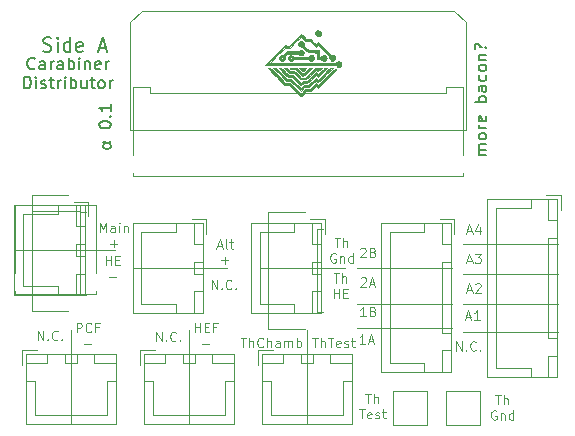
<source format=gbr>
G04 #@! TF.GenerationSoftware,KiCad,Pcbnew,6.0.7-f9a2dced07~116~ubuntu22.04.1*
G04 #@! TF.CreationDate,2022-08-21T20:53:52+02:00*
G04 #@! TF.ProjectId,carabiner-distributor,63617261-6269-46e6-9572-2d6469737472,rev?*
G04 #@! TF.SameCoordinates,Original*
G04 #@! TF.FileFunction,Legend,Top*
G04 #@! TF.FilePolarity,Positive*
%FSLAX46Y46*%
G04 Gerber Fmt 4.6, Leading zero omitted, Abs format (unit mm)*
G04 Created by KiCad (PCBNEW 6.0.7-f9a2dced07~116~ubuntu22.04.1) date 2022-08-21 20:53:52*
%MOMM*%
%LPD*%
G01*
G04 APERTURE LIST*
%ADD10C,0.120000*%
%ADD11C,0.100000*%
%ADD12C,0.150000*%
%ADD13C,0.010000*%
G04 APERTURE END LIST*
D10*
X103500000Y-47830000D02*
X95500000Y-47830000D01*
X91250000Y-56010000D02*
X91250000Y-48040000D01*
X71250000Y-56010000D02*
X71250000Y-48050000D01*
X81250000Y-56010000D02*
X81250000Y-48050000D01*
X112500000Y-45830000D02*
X104500000Y-45830000D01*
X103500000Y-45790000D02*
X95500000Y-45790000D01*
X112500000Y-48200000D02*
X104500000Y-48200000D01*
X94460000Y-42750000D02*
X87250000Y-42750000D01*
X66490000Y-41250000D02*
X75000000Y-41250000D01*
X76490000Y-42750000D02*
X84460000Y-42750000D01*
X112500000Y-43290000D02*
X104500000Y-43290000D01*
X112500000Y-40750000D02*
X104500000Y-40750000D01*
X103500000Y-42750000D02*
X95500000Y-42750000D01*
D11*
X104828571Y-42133333D02*
X105209523Y-42133333D01*
X104752380Y-42361904D02*
X105019047Y-41561904D01*
X105285714Y-42361904D01*
X105476190Y-41561904D02*
X105971428Y-41561904D01*
X105704761Y-41866666D01*
X105819047Y-41866666D01*
X105895238Y-41904761D01*
X105933333Y-41942857D01*
X105971428Y-42019047D01*
X105971428Y-42209523D01*
X105933333Y-42285714D01*
X105895238Y-42323809D01*
X105819047Y-42361904D01*
X105590476Y-42361904D01*
X105514285Y-42323809D01*
X105476190Y-42285714D01*
X83190476Y-44561904D02*
X83190476Y-43761904D01*
X83647619Y-44561904D01*
X83647619Y-43761904D01*
X84028571Y-44485714D02*
X84066666Y-44523809D01*
X84028571Y-44561904D01*
X83990476Y-44523809D01*
X84028571Y-44485714D01*
X84028571Y-44561904D01*
X84866666Y-44485714D02*
X84828571Y-44523809D01*
X84714285Y-44561904D01*
X84638095Y-44561904D01*
X84523809Y-44523809D01*
X84447619Y-44447619D01*
X84409523Y-44371428D01*
X84371428Y-44219047D01*
X84371428Y-44104761D01*
X84409523Y-43952380D01*
X84447619Y-43876190D01*
X84523809Y-43800000D01*
X84638095Y-43761904D01*
X84714285Y-43761904D01*
X84828571Y-43800000D01*
X84866666Y-43838095D01*
X85209523Y-44485714D02*
X85247619Y-44523809D01*
X85209523Y-44561904D01*
X85171428Y-44523809D01*
X85209523Y-44485714D01*
X85209523Y-44561904D01*
X96209523Y-53417904D02*
X96666666Y-53417904D01*
X96438095Y-54217904D02*
X96438095Y-53417904D01*
X96933333Y-54217904D02*
X96933333Y-53417904D01*
X97276190Y-54217904D02*
X97276190Y-53798857D01*
X97238095Y-53722666D01*
X97161904Y-53684571D01*
X97047619Y-53684571D01*
X96971428Y-53722666D01*
X96933333Y-53760761D01*
X95676190Y-54705904D02*
X96133333Y-54705904D01*
X95904761Y-55505904D02*
X95904761Y-54705904D01*
X96704761Y-55467809D02*
X96628571Y-55505904D01*
X96476190Y-55505904D01*
X96400000Y-55467809D01*
X96361904Y-55391619D01*
X96361904Y-55086857D01*
X96400000Y-55010666D01*
X96476190Y-54972571D01*
X96628571Y-54972571D01*
X96704761Y-55010666D01*
X96742857Y-55086857D01*
X96742857Y-55163047D01*
X96361904Y-55239238D01*
X97047619Y-55467809D02*
X97123809Y-55505904D01*
X97276190Y-55505904D01*
X97352380Y-55467809D01*
X97390476Y-55391619D01*
X97390476Y-55353523D01*
X97352380Y-55277333D01*
X97276190Y-55239238D01*
X97161904Y-55239238D01*
X97085714Y-55201142D01*
X97047619Y-55124952D01*
X97047619Y-55086857D01*
X97085714Y-55010666D01*
X97161904Y-54972571D01*
X97276190Y-54972571D01*
X97352380Y-55010666D01*
X97619047Y-54972571D02*
X97923809Y-54972571D01*
X97733333Y-54705904D02*
X97733333Y-55391619D01*
X97771428Y-55467809D01*
X97847619Y-55505904D01*
X97923809Y-55505904D01*
X104828571Y-44633333D02*
X105209523Y-44633333D01*
X104752380Y-44861904D02*
X105019047Y-44061904D01*
X105285714Y-44861904D01*
X105514285Y-44138095D02*
X105552380Y-44100000D01*
X105628571Y-44061904D01*
X105819047Y-44061904D01*
X105895238Y-44100000D01*
X105933333Y-44138095D01*
X105971428Y-44214285D01*
X105971428Y-44290476D01*
X105933333Y-44404761D01*
X105476190Y-44861904D01*
X105971428Y-44861904D01*
X85639761Y-48661904D02*
X86096904Y-48661904D01*
X85868333Y-49461904D02*
X85868333Y-48661904D01*
X86363571Y-49461904D02*
X86363571Y-48661904D01*
X86706428Y-49461904D02*
X86706428Y-49042857D01*
X86668333Y-48966666D01*
X86592142Y-48928571D01*
X86477857Y-48928571D01*
X86401666Y-48966666D01*
X86363571Y-49004761D01*
X87544523Y-49385714D02*
X87506428Y-49423809D01*
X87392142Y-49461904D01*
X87315952Y-49461904D01*
X87201666Y-49423809D01*
X87125476Y-49347619D01*
X87087380Y-49271428D01*
X87049285Y-49119047D01*
X87049285Y-49004761D01*
X87087380Y-48852380D01*
X87125476Y-48776190D01*
X87201666Y-48700000D01*
X87315952Y-48661904D01*
X87392142Y-48661904D01*
X87506428Y-48700000D01*
X87544523Y-48738095D01*
X87887380Y-49461904D02*
X87887380Y-48661904D01*
X88230238Y-49461904D02*
X88230238Y-49042857D01*
X88192142Y-48966666D01*
X88115952Y-48928571D01*
X88001666Y-48928571D01*
X87925476Y-48966666D01*
X87887380Y-49004761D01*
X88954047Y-49461904D02*
X88954047Y-49042857D01*
X88915952Y-48966666D01*
X88839761Y-48928571D01*
X88687380Y-48928571D01*
X88611190Y-48966666D01*
X88954047Y-49423809D02*
X88877857Y-49461904D01*
X88687380Y-49461904D01*
X88611190Y-49423809D01*
X88573095Y-49347619D01*
X88573095Y-49271428D01*
X88611190Y-49195238D01*
X88687380Y-49157142D01*
X88877857Y-49157142D01*
X88954047Y-49119047D01*
X89335000Y-49461904D02*
X89335000Y-48928571D01*
X89335000Y-49004761D02*
X89373095Y-48966666D01*
X89449285Y-48928571D01*
X89563571Y-48928571D01*
X89639761Y-48966666D01*
X89677857Y-49042857D01*
X89677857Y-49461904D01*
X89677857Y-49042857D02*
X89715952Y-48966666D01*
X89792142Y-48928571D01*
X89906428Y-48928571D01*
X89982619Y-48966666D01*
X90020714Y-49042857D01*
X90020714Y-49461904D01*
X90401666Y-49461904D02*
X90401666Y-48661904D01*
X90401666Y-48966666D02*
X90477857Y-48928571D01*
X90630238Y-48928571D01*
X90706428Y-48966666D01*
X90744523Y-49004761D01*
X90782619Y-49080952D01*
X90782619Y-49309523D01*
X90744523Y-49385714D01*
X90706428Y-49423809D01*
X90630238Y-49461904D01*
X90477857Y-49461904D01*
X90401666Y-49423809D01*
X93509523Y-43217904D02*
X93966666Y-43217904D01*
X93738095Y-44017904D02*
X93738095Y-43217904D01*
X94233333Y-44017904D02*
X94233333Y-43217904D01*
X94576190Y-44017904D02*
X94576190Y-43598857D01*
X94538095Y-43522666D01*
X94461904Y-43484571D01*
X94347619Y-43484571D01*
X94271428Y-43522666D01*
X94233333Y-43560761D01*
X93509523Y-45305904D02*
X93509523Y-44505904D01*
X93509523Y-44886857D02*
X93966666Y-44886857D01*
X93966666Y-45305904D02*
X93966666Y-44505904D01*
X94347619Y-44886857D02*
X94614285Y-44886857D01*
X94728571Y-45305904D02*
X94347619Y-45305904D01*
X94347619Y-44505904D01*
X94728571Y-44505904D01*
X95828571Y-43638095D02*
X95866666Y-43600000D01*
X95942857Y-43561904D01*
X96133333Y-43561904D01*
X96209523Y-43600000D01*
X96247619Y-43638095D01*
X96285714Y-43714285D01*
X96285714Y-43790476D01*
X96247619Y-43904761D01*
X95790476Y-44361904D01*
X96285714Y-44361904D01*
X96590476Y-44133333D02*
X96971428Y-44133333D01*
X96514285Y-44361904D02*
X96780952Y-43561904D01*
X97047619Y-44361904D01*
D12*
X106452380Y-33166666D02*
X105785714Y-33166666D01*
X105880952Y-33166666D02*
X105833333Y-33119047D01*
X105785714Y-33023809D01*
X105785714Y-32880952D01*
X105833333Y-32785714D01*
X105928571Y-32738095D01*
X106452380Y-32738095D01*
X105928571Y-32738095D02*
X105833333Y-32690476D01*
X105785714Y-32595238D01*
X105785714Y-32452380D01*
X105833333Y-32357142D01*
X105928571Y-32309523D01*
X106452380Y-32309523D01*
X106452380Y-31690476D02*
X106404761Y-31785714D01*
X106357142Y-31833333D01*
X106261904Y-31880952D01*
X105976190Y-31880952D01*
X105880952Y-31833333D01*
X105833333Y-31785714D01*
X105785714Y-31690476D01*
X105785714Y-31547619D01*
X105833333Y-31452380D01*
X105880952Y-31404761D01*
X105976190Y-31357142D01*
X106261904Y-31357142D01*
X106357142Y-31404761D01*
X106404761Y-31452380D01*
X106452380Y-31547619D01*
X106452380Y-31690476D01*
X106452380Y-30928571D02*
X105785714Y-30928571D01*
X105976190Y-30928571D02*
X105880952Y-30880952D01*
X105833333Y-30833333D01*
X105785714Y-30738095D01*
X105785714Y-30642857D01*
X106404761Y-29928571D02*
X106452380Y-30023809D01*
X106452380Y-30214285D01*
X106404761Y-30309523D01*
X106309523Y-30357142D01*
X105928571Y-30357142D01*
X105833333Y-30309523D01*
X105785714Y-30214285D01*
X105785714Y-30023809D01*
X105833333Y-29928571D01*
X105928571Y-29880952D01*
X106023809Y-29880952D01*
X106119047Y-30357142D01*
X106452380Y-28690476D02*
X105452380Y-28690476D01*
X105833333Y-28690476D02*
X105785714Y-28595238D01*
X105785714Y-28404761D01*
X105833333Y-28309523D01*
X105880952Y-28261904D01*
X105976190Y-28214285D01*
X106261904Y-28214285D01*
X106357142Y-28261904D01*
X106404761Y-28309523D01*
X106452380Y-28404761D01*
X106452380Y-28595238D01*
X106404761Y-28690476D01*
X106452380Y-27357142D02*
X105928571Y-27357142D01*
X105833333Y-27404761D01*
X105785714Y-27500000D01*
X105785714Y-27690476D01*
X105833333Y-27785714D01*
X106404761Y-27357142D02*
X106452380Y-27452380D01*
X106452380Y-27690476D01*
X106404761Y-27785714D01*
X106309523Y-27833333D01*
X106214285Y-27833333D01*
X106119047Y-27785714D01*
X106071428Y-27690476D01*
X106071428Y-27452380D01*
X106023809Y-27357142D01*
X106404761Y-26452380D02*
X106452380Y-26547619D01*
X106452380Y-26738095D01*
X106404761Y-26833333D01*
X106357142Y-26880952D01*
X106261904Y-26928571D01*
X105976190Y-26928571D01*
X105880952Y-26880952D01*
X105833333Y-26833333D01*
X105785714Y-26738095D01*
X105785714Y-26547619D01*
X105833333Y-26452380D01*
X106452380Y-25880952D02*
X106404761Y-25976190D01*
X106357142Y-26023809D01*
X106261904Y-26071428D01*
X105976190Y-26071428D01*
X105880952Y-26023809D01*
X105833333Y-25976190D01*
X105785714Y-25880952D01*
X105785714Y-25738095D01*
X105833333Y-25642857D01*
X105880952Y-25595238D01*
X105976190Y-25547619D01*
X106261904Y-25547619D01*
X106357142Y-25595238D01*
X106404761Y-25642857D01*
X106452380Y-25738095D01*
X106452380Y-25880952D01*
X105785714Y-25119047D02*
X106452380Y-25119047D01*
X105880952Y-25119047D02*
X105833333Y-25071428D01*
X105785714Y-24976190D01*
X105785714Y-24833333D01*
X105833333Y-24738095D01*
X105928571Y-24690476D01*
X106452380Y-24690476D01*
X106357142Y-24071428D02*
X106404761Y-24023809D01*
X106452380Y-24071428D01*
X106404761Y-24119047D01*
X106357142Y-24071428D01*
X106452380Y-24071428D01*
X105500000Y-24261904D02*
X105452380Y-24166666D01*
X105452380Y-23928571D01*
X105500000Y-23833333D01*
X105595238Y-23785714D01*
X105690476Y-23785714D01*
X105785714Y-23833333D01*
X105833333Y-23880952D01*
X105880952Y-23976190D01*
X105928571Y-24023809D01*
X106023809Y-24071428D01*
X106071428Y-24071428D01*
D11*
X68490476Y-48861904D02*
X68490476Y-48061904D01*
X68947619Y-48861904D01*
X68947619Y-48061904D01*
X69328571Y-48785714D02*
X69366666Y-48823809D01*
X69328571Y-48861904D01*
X69290476Y-48823809D01*
X69328571Y-48785714D01*
X69328571Y-48861904D01*
X70166666Y-48785714D02*
X70128571Y-48823809D01*
X70014285Y-48861904D01*
X69938095Y-48861904D01*
X69823809Y-48823809D01*
X69747619Y-48747619D01*
X69709523Y-48671428D01*
X69671428Y-48519047D01*
X69671428Y-48404761D01*
X69709523Y-48252380D01*
X69747619Y-48176190D01*
X69823809Y-48100000D01*
X69938095Y-48061904D01*
X70014285Y-48061904D01*
X70128571Y-48100000D01*
X70166666Y-48138095D01*
X70509523Y-48785714D02*
X70547619Y-48823809D01*
X70509523Y-48861904D01*
X70471428Y-48823809D01*
X70509523Y-48785714D01*
X70509523Y-48861904D01*
X71747619Y-48217904D02*
X71747619Y-47417904D01*
X72052380Y-47417904D01*
X72128571Y-47456000D01*
X72166666Y-47494095D01*
X72204761Y-47570285D01*
X72204761Y-47684571D01*
X72166666Y-47760761D01*
X72128571Y-47798857D01*
X72052380Y-47836952D01*
X71747619Y-47836952D01*
X73004761Y-48141714D02*
X72966666Y-48179809D01*
X72852380Y-48217904D01*
X72776190Y-48217904D01*
X72661904Y-48179809D01*
X72585714Y-48103619D01*
X72547619Y-48027428D01*
X72509523Y-47875047D01*
X72509523Y-47760761D01*
X72547619Y-47608380D01*
X72585714Y-47532190D01*
X72661904Y-47456000D01*
X72776190Y-47417904D01*
X72852380Y-47417904D01*
X72966666Y-47456000D01*
X73004761Y-47494095D01*
X73614285Y-47798857D02*
X73347619Y-47798857D01*
X73347619Y-48217904D02*
X73347619Y-47417904D01*
X73728571Y-47417904D01*
X72395238Y-49201142D02*
X73004761Y-49201142D01*
X93609523Y-40217904D02*
X94066666Y-40217904D01*
X93838095Y-41017904D02*
X93838095Y-40217904D01*
X94333333Y-41017904D02*
X94333333Y-40217904D01*
X94676190Y-41017904D02*
X94676190Y-40598857D01*
X94638095Y-40522666D01*
X94561904Y-40484571D01*
X94447619Y-40484571D01*
X94371428Y-40522666D01*
X94333333Y-40560761D01*
X93685714Y-41544000D02*
X93609523Y-41505904D01*
X93495238Y-41505904D01*
X93380952Y-41544000D01*
X93304761Y-41620190D01*
X93266666Y-41696380D01*
X93228571Y-41848761D01*
X93228571Y-41963047D01*
X93266666Y-42115428D01*
X93304761Y-42191619D01*
X93380952Y-42267809D01*
X93495238Y-42305904D01*
X93571428Y-42305904D01*
X93685714Y-42267809D01*
X93723809Y-42229714D01*
X93723809Y-41963047D01*
X93571428Y-41963047D01*
X94066666Y-41772571D02*
X94066666Y-42305904D01*
X94066666Y-41848761D02*
X94104761Y-41810666D01*
X94180952Y-41772571D01*
X94295238Y-41772571D01*
X94371428Y-41810666D01*
X94409523Y-41886857D01*
X94409523Y-42305904D01*
X95133333Y-42305904D02*
X95133333Y-41505904D01*
X95133333Y-42267809D02*
X95057142Y-42305904D01*
X94904761Y-42305904D01*
X94828571Y-42267809D01*
X94790476Y-42229714D01*
X94752380Y-42153523D01*
X94752380Y-41924952D01*
X94790476Y-41848761D01*
X94828571Y-41810666D01*
X94904761Y-41772571D01*
X95057142Y-41772571D01*
X95133333Y-41810666D01*
X78490476Y-48961904D02*
X78490476Y-48161904D01*
X78947619Y-48961904D01*
X78947619Y-48161904D01*
X79328571Y-48885714D02*
X79366666Y-48923809D01*
X79328571Y-48961904D01*
X79290476Y-48923809D01*
X79328571Y-48885714D01*
X79328571Y-48961904D01*
X80166666Y-48885714D02*
X80128571Y-48923809D01*
X80014285Y-48961904D01*
X79938095Y-48961904D01*
X79823809Y-48923809D01*
X79747619Y-48847619D01*
X79709523Y-48771428D01*
X79671428Y-48619047D01*
X79671428Y-48504761D01*
X79709523Y-48352380D01*
X79747619Y-48276190D01*
X79823809Y-48200000D01*
X79938095Y-48161904D01*
X80014285Y-48161904D01*
X80128571Y-48200000D01*
X80166666Y-48238095D01*
X80509523Y-48885714D02*
X80547619Y-48923809D01*
X80509523Y-48961904D01*
X80471428Y-48923809D01*
X80509523Y-48885714D01*
X80509523Y-48961904D01*
X83671428Y-40889333D02*
X84052380Y-40889333D01*
X83595238Y-41117904D02*
X83861904Y-40317904D01*
X84128571Y-41117904D01*
X84509523Y-41117904D02*
X84433333Y-41079809D01*
X84395238Y-41003619D01*
X84395238Y-40317904D01*
X84700000Y-40584571D02*
X85004761Y-40584571D01*
X84814285Y-40317904D02*
X84814285Y-41003619D01*
X84852380Y-41079809D01*
X84928571Y-41117904D01*
X85004761Y-41117904D01*
X83995238Y-42101142D02*
X84604761Y-42101142D01*
X84300000Y-42405904D02*
X84300000Y-41796380D01*
X104728571Y-46933333D02*
X105109523Y-46933333D01*
X104652380Y-47161904D02*
X104919047Y-46361904D01*
X105185714Y-47161904D01*
X105871428Y-47161904D02*
X105414285Y-47161904D01*
X105642857Y-47161904D02*
X105642857Y-46361904D01*
X105566666Y-46476190D01*
X105490476Y-46552380D01*
X105414285Y-46590476D01*
X104828571Y-39633333D02*
X105209523Y-39633333D01*
X104752380Y-39861904D02*
X105019047Y-39061904D01*
X105285714Y-39861904D01*
X105895238Y-39328571D02*
X105895238Y-39861904D01*
X105704761Y-39023809D02*
X105514285Y-39595238D01*
X106009523Y-39595238D01*
D12*
X68214285Y-25852142D02*
X68166666Y-25899761D01*
X68023809Y-25947380D01*
X67928571Y-25947380D01*
X67785714Y-25899761D01*
X67690476Y-25804523D01*
X67642857Y-25709285D01*
X67595238Y-25518809D01*
X67595238Y-25375952D01*
X67642857Y-25185476D01*
X67690476Y-25090238D01*
X67785714Y-24995000D01*
X67928571Y-24947380D01*
X68023809Y-24947380D01*
X68166666Y-24995000D01*
X68214285Y-25042619D01*
X69071428Y-25947380D02*
X69071428Y-25423571D01*
X69023809Y-25328333D01*
X68928571Y-25280714D01*
X68738095Y-25280714D01*
X68642857Y-25328333D01*
X69071428Y-25899761D02*
X68976190Y-25947380D01*
X68738095Y-25947380D01*
X68642857Y-25899761D01*
X68595238Y-25804523D01*
X68595238Y-25709285D01*
X68642857Y-25614047D01*
X68738095Y-25566428D01*
X68976190Y-25566428D01*
X69071428Y-25518809D01*
X69547619Y-25947380D02*
X69547619Y-25280714D01*
X69547619Y-25471190D02*
X69595238Y-25375952D01*
X69642857Y-25328333D01*
X69738095Y-25280714D01*
X69833333Y-25280714D01*
X70595238Y-25947380D02*
X70595238Y-25423571D01*
X70547619Y-25328333D01*
X70452380Y-25280714D01*
X70261904Y-25280714D01*
X70166666Y-25328333D01*
X70595238Y-25899761D02*
X70500000Y-25947380D01*
X70261904Y-25947380D01*
X70166666Y-25899761D01*
X70119047Y-25804523D01*
X70119047Y-25709285D01*
X70166666Y-25614047D01*
X70261904Y-25566428D01*
X70500000Y-25566428D01*
X70595238Y-25518809D01*
X71071428Y-25947380D02*
X71071428Y-24947380D01*
X71071428Y-25328333D02*
X71166666Y-25280714D01*
X71357142Y-25280714D01*
X71452380Y-25328333D01*
X71500000Y-25375952D01*
X71547619Y-25471190D01*
X71547619Y-25756904D01*
X71500000Y-25852142D01*
X71452380Y-25899761D01*
X71357142Y-25947380D01*
X71166666Y-25947380D01*
X71071428Y-25899761D01*
X71976190Y-25947380D02*
X71976190Y-25280714D01*
X71976190Y-24947380D02*
X71928571Y-24995000D01*
X71976190Y-25042619D01*
X72023809Y-24995000D01*
X71976190Y-24947380D01*
X71976190Y-25042619D01*
X72452380Y-25280714D02*
X72452380Y-25947380D01*
X72452380Y-25375952D02*
X72500000Y-25328333D01*
X72595238Y-25280714D01*
X72738095Y-25280714D01*
X72833333Y-25328333D01*
X72880952Y-25423571D01*
X72880952Y-25947380D01*
X73738095Y-25899761D02*
X73642857Y-25947380D01*
X73452380Y-25947380D01*
X73357142Y-25899761D01*
X73309523Y-25804523D01*
X73309523Y-25423571D01*
X73357142Y-25328333D01*
X73452380Y-25280714D01*
X73642857Y-25280714D01*
X73738095Y-25328333D01*
X73785714Y-25423571D01*
X73785714Y-25518809D01*
X73309523Y-25614047D01*
X74214285Y-25947380D02*
X74214285Y-25280714D01*
X74214285Y-25471190D02*
X74261904Y-25375952D01*
X74309523Y-25328333D01*
X74404761Y-25280714D01*
X74500000Y-25280714D01*
X67309523Y-27557380D02*
X67309523Y-26557380D01*
X67547619Y-26557380D01*
X67690476Y-26605000D01*
X67785714Y-26700238D01*
X67833333Y-26795476D01*
X67880952Y-26985952D01*
X67880952Y-27128809D01*
X67833333Y-27319285D01*
X67785714Y-27414523D01*
X67690476Y-27509761D01*
X67547619Y-27557380D01*
X67309523Y-27557380D01*
X68309523Y-27557380D02*
X68309523Y-26890714D01*
X68309523Y-26557380D02*
X68261904Y-26605000D01*
X68309523Y-26652619D01*
X68357142Y-26605000D01*
X68309523Y-26557380D01*
X68309523Y-26652619D01*
X68738095Y-27509761D02*
X68833333Y-27557380D01*
X69023809Y-27557380D01*
X69119047Y-27509761D01*
X69166666Y-27414523D01*
X69166666Y-27366904D01*
X69119047Y-27271666D01*
X69023809Y-27224047D01*
X68880952Y-27224047D01*
X68785714Y-27176428D01*
X68738095Y-27081190D01*
X68738095Y-27033571D01*
X68785714Y-26938333D01*
X68880952Y-26890714D01*
X69023809Y-26890714D01*
X69119047Y-26938333D01*
X69452380Y-26890714D02*
X69833333Y-26890714D01*
X69595238Y-26557380D02*
X69595238Y-27414523D01*
X69642857Y-27509761D01*
X69738095Y-27557380D01*
X69833333Y-27557380D01*
X70166666Y-27557380D02*
X70166666Y-26890714D01*
X70166666Y-27081190D02*
X70214285Y-26985952D01*
X70261904Y-26938333D01*
X70357142Y-26890714D01*
X70452380Y-26890714D01*
X70785714Y-27557380D02*
X70785714Y-26890714D01*
X70785714Y-26557380D02*
X70738095Y-26605000D01*
X70785714Y-26652619D01*
X70833333Y-26605000D01*
X70785714Y-26557380D01*
X70785714Y-26652619D01*
X71261904Y-27557380D02*
X71261904Y-26557380D01*
X71261904Y-26938333D02*
X71357142Y-26890714D01*
X71547619Y-26890714D01*
X71642857Y-26938333D01*
X71690476Y-26985952D01*
X71738095Y-27081190D01*
X71738095Y-27366904D01*
X71690476Y-27462142D01*
X71642857Y-27509761D01*
X71547619Y-27557380D01*
X71357142Y-27557380D01*
X71261904Y-27509761D01*
X72595238Y-26890714D02*
X72595238Y-27557380D01*
X72166666Y-26890714D02*
X72166666Y-27414523D01*
X72214285Y-27509761D01*
X72309523Y-27557380D01*
X72452380Y-27557380D01*
X72547619Y-27509761D01*
X72595238Y-27462142D01*
X72928571Y-26890714D02*
X73309523Y-26890714D01*
X73071428Y-26557380D02*
X73071428Y-27414523D01*
X73119047Y-27509761D01*
X73214285Y-27557380D01*
X73309523Y-27557380D01*
X73785714Y-27557380D02*
X73690476Y-27509761D01*
X73642857Y-27462142D01*
X73595238Y-27366904D01*
X73595238Y-27081190D01*
X73642857Y-26985952D01*
X73690476Y-26938333D01*
X73785714Y-26890714D01*
X73928571Y-26890714D01*
X74023809Y-26938333D01*
X74071428Y-26985952D01*
X74119047Y-27081190D01*
X74119047Y-27366904D01*
X74071428Y-27462142D01*
X74023809Y-27509761D01*
X73928571Y-27557380D01*
X73785714Y-27557380D01*
X74547619Y-27557380D02*
X74547619Y-26890714D01*
X74547619Y-27081190D02*
X74595238Y-26985952D01*
X74642857Y-26938333D01*
X74738095Y-26890714D01*
X74833333Y-26890714D01*
D11*
X96185714Y-49161904D02*
X95728571Y-49161904D01*
X95957142Y-49161904D02*
X95957142Y-48361904D01*
X95880952Y-48476190D01*
X95804761Y-48552380D01*
X95728571Y-48590476D01*
X96490476Y-48933333D02*
X96871428Y-48933333D01*
X96414285Y-49161904D02*
X96680952Y-48361904D01*
X96947619Y-49161904D01*
X95771428Y-41138095D02*
X95809523Y-41100000D01*
X95885714Y-41061904D01*
X96076190Y-41061904D01*
X96152380Y-41100000D01*
X96190476Y-41138095D01*
X96228571Y-41214285D01*
X96228571Y-41290476D01*
X96190476Y-41404761D01*
X95733333Y-41861904D01*
X96228571Y-41861904D01*
X96838095Y-41442857D02*
X96952380Y-41480952D01*
X96990476Y-41519047D01*
X97028571Y-41595238D01*
X97028571Y-41709523D01*
X96990476Y-41785714D01*
X96952380Y-41823809D01*
X96876190Y-41861904D01*
X96571428Y-41861904D01*
X96571428Y-41061904D01*
X96838095Y-41061904D01*
X96914285Y-41100000D01*
X96952380Y-41138095D01*
X96990476Y-41214285D01*
X96990476Y-41290476D01*
X96952380Y-41366666D01*
X96914285Y-41404761D01*
X96838095Y-41442857D01*
X96571428Y-41442857D01*
X107209523Y-53517904D02*
X107666666Y-53517904D01*
X107438095Y-54317904D02*
X107438095Y-53517904D01*
X107933333Y-54317904D02*
X107933333Y-53517904D01*
X108276190Y-54317904D02*
X108276190Y-53898857D01*
X108238095Y-53822666D01*
X108161904Y-53784571D01*
X108047619Y-53784571D01*
X107971428Y-53822666D01*
X107933333Y-53860761D01*
X107285714Y-54844000D02*
X107209523Y-54805904D01*
X107095238Y-54805904D01*
X106980952Y-54844000D01*
X106904761Y-54920190D01*
X106866666Y-54996380D01*
X106828571Y-55148761D01*
X106828571Y-55263047D01*
X106866666Y-55415428D01*
X106904761Y-55491619D01*
X106980952Y-55567809D01*
X107095238Y-55605904D01*
X107171428Y-55605904D01*
X107285714Y-55567809D01*
X107323809Y-55529714D01*
X107323809Y-55263047D01*
X107171428Y-55263047D01*
X107666666Y-55072571D02*
X107666666Y-55605904D01*
X107666666Y-55148761D02*
X107704761Y-55110666D01*
X107780952Y-55072571D01*
X107895238Y-55072571D01*
X107971428Y-55110666D01*
X108009523Y-55186857D01*
X108009523Y-55605904D01*
X108733333Y-55605904D02*
X108733333Y-54805904D01*
X108733333Y-55567809D02*
X108657142Y-55605904D01*
X108504761Y-55605904D01*
X108428571Y-55567809D01*
X108390476Y-55529714D01*
X108352380Y-55453523D01*
X108352380Y-55224952D01*
X108390476Y-55148761D01*
X108428571Y-55110666D01*
X108504761Y-55072571D01*
X108657142Y-55072571D01*
X108733333Y-55110666D01*
X81766666Y-48217904D02*
X81766666Y-47417904D01*
X81766666Y-47798857D02*
X82223809Y-47798857D01*
X82223809Y-48217904D02*
X82223809Y-47417904D01*
X82604761Y-47798857D02*
X82871428Y-47798857D01*
X82985714Y-48217904D02*
X82604761Y-48217904D01*
X82604761Y-47417904D01*
X82985714Y-47417904D01*
X83595238Y-47798857D02*
X83328571Y-47798857D01*
X83328571Y-48217904D02*
X83328571Y-47417904D01*
X83709523Y-47417904D01*
X82395238Y-49201142D02*
X83004761Y-49201142D01*
D12*
X68942857Y-24385714D02*
X69114285Y-24442857D01*
X69400000Y-24442857D01*
X69514285Y-24385714D01*
X69571428Y-24328571D01*
X69628571Y-24214285D01*
X69628571Y-24100000D01*
X69571428Y-23985714D01*
X69514285Y-23928571D01*
X69400000Y-23871428D01*
X69171428Y-23814285D01*
X69057142Y-23757142D01*
X69000000Y-23700000D01*
X68942857Y-23585714D01*
X68942857Y-23471428D01*
X69000000Y-23357142D01*
X69057142Y-23300000D01*
X69171428Y-23242857D01*
X69457142Y-23242857D01*
X69628571Y-23300000D01*
X70142857Y-24442857D02*
X70142857Y-23642857D01*
X70142857Y-23242857D02*
X70085714Y-23300000D01*
X70142857Y-23357142D01*
X70200000Y-23300000D01*
X70142857Y-23242857D01*
X70142857Y-23357142D01*
X71228571Y-24442857D02*
X71228571Y-23242857D01*
X71228571Y-24385714D02*
X71114285Y-24442857D01*
X70885714Y-24442857D01*
X70771428Y-24385714D01*
X70714285Y-24328571D01*
X70657142Y-24214285D01*
X70657142Y-23871428D01*
X70714285Y-23757142D01*
X70771428Y-23700000D01*
X70885714Y-23642857D01*
X71114285Y-23642857D01*
X71228571Y-23700000D01*
X72257142Y-24385714D02*
X72142857Y-24442857D01*
X71914285Y-24442857D01*
X71800000Y-24385714D01*
X71742857Y-24271428D01*
X71742857Y-23814285D01*
X71800000Y-23700000D01*
X71914285Y-23642857D01*
X72142857Y-23642857D01*
X72257142Y-23700000D01*
X72314285Y-23814285D01*
X72314285Y-23928571D01*
X71742857Y-24042857D01*
X73685714Y-24100000D02*
X74257142Y-24100000D01*
X73571428Y-24442857D02*
X73971428Y-23242857D01*
X74371428Y-24442857D01*
X73985714Y-32061904D02*
X74461904Y-32204761D01*
X74557142Y-32252380D01*
X74604761Y-32300000D01*
X74652380Y-32395238D01*
X74652380Y-32490476D01*
X74604761Y-32585714D01*
X74557142Y-32633333D01*
X74414285Y-32680952D01*
X74223809Y-32680952D01*
X74080952Y-32633333D01*
X74033333Y-32585714D01*
X73985714Y-32490476D01*
X73985714Y-32395238D01*
X74033333Y-32300000D01*
X74080952Y-32252380D01*
X74176190Y-32204761D01*
X74509523Y-32157142D01*
X74604761Y-32109523D01*
X74652380Y-32014285D01*
X73652380Y-30680952D02*
X73652380Y-30585714D01*
X73700000Y-30490476D01*
X73747619Y-30442857D01*
X73842857Y-30395238D01*
X74033333Y-30347619D01*
X74271428Y-30347619D01*
X74461904Y-30395238D01*
X74557142Y-30442857D01*
X74604761Y-30490476D01*
X74652380Y-30585714D01*
X74652380Y-30680952D01*
X74604761Y-30776190D01*
X74557142Y-30823809D01*
X74461904Y-30871428D01*
X74271428Y-30919047D01*
X74033333Y-30919047D01*
X73842857Y-30871428D01*
X73747619Y-30823809D01*
X73700000Y-30776190D01*
X73652380Y-30680952D01*
X74557142Y-29919047D02*
X74604761Y-29871428D01*
X74652380Y-29919047D01*
X74604761Y-29966666D01*
X74557142Y-29919047D01*
X74652380Y-29919047D01*
X74652380Y-28919047D02*
X74652380Y-29490476D01*
X74652380Y-29204761D02*
X73652380Y-29204761D01*
X73795238Y-29300000D01*
X73890476Y-29395238D01*
X73938095Y-29490476D01*
D11*
X74209523Y-42517904D02*
X74209523Y-41717904D01*
X74209523Y-42098857D02*
X74666666Y-42098857D01*
X74666666Y-42517904D02*
X74666666Y-41717904D01*
X75047619Y-42098857D02*
X75314285Y-42098857D01*
X75428571Y-42517904D02*
X75047619Y-42517904D01*
X75047619Y-41717904D01*
X75428571Y-41717904D01*
X74495238Y-43501142D02*
X75104761Y-43501142D01*
X96228571Y-46861904D02*
X95771428Y-46861904D01*
X96000000Y-46861904D02*
X96000000Y-46061904D01*
X95923809Y-46176190D01*
X95847619Y-46252380D01*
X95771428Y-46290476D01*
X96838095Y-46442857D02*
X96952380Y-46480952D01*
X96990476Y-46519047D01*
X97028571Y-46595238D01*
X97028571Y-46709523D01*
X96990476Y-46785714D01*
X96952380Y-46823809D01*
X96876190Y-46861904D01*
X96571428Y-46861904D01*
X96571428Y-46061904D01*
X96838095Y-46061904D01*
X96914285Y-46100000D01*
X96952380Y-46138095D01*
X96990476Y-46214285D01*
X96990476Y-46290476D01*
X96952380Y-46366666D01*
X96914285Y-46404761D01*
X96838095Y-46442857D01*
X96571428Y-46442857D01*
X103890476Y-49761904D02*
X103890476Y-48961904D01*
X104347619Y-49761904D01*
X104347619Y-48961904D01*
X104728571Y-49685714D02*
X104766666Y-49723809D01*
X104728571Y-49761904D01*
X104690476Y-49723809D01*
X104728571Y-49685714D01*
X104728571Y-49761904D01*
X105566666Y-49685714D02*
X105528571Y-49723809D01*
X105414285Y-49761904D01*
X105338095Y-49761904D01*
X105223809Y-49723809D01*
X105147619Y-49647619D01*
X105109523Y-49571428D01*
X105071428Y-49419047D01*
X105071428Y-49304761D01*
X105109523Y-49152380D01*
X105147619Y-49076190D01*
X105223809Y-49000000D01*
X105338095Y-48961904D01*
X105414285Y-48961904D01*
X105528571Y-49000000D01*
X105566666Y-49038095D01*
X105909523Y-49685714D02*
X105947619Y-49723809D01*
X105909523Y-49761904D01*
X105871428Y-49723809D01*
X105909523Y-49685714D01*
X105909523Y-49761904D01*
X73719047Y-39717904D02*
X73719047Y-38917904D01*
X73985714Y-39489333D01*
X74252380Y-38917904D01*
X74252380Y-39717904D01*
X74976190Y-39717904D02*
X74976190Y-39298857D01*
X74938095Y-39222666D01*
X74861904Y-39184571D01*
X74709523Y-39184571D01*
X74633333Y-39222666D01*
X74976190Y-39679809D02*
X74900000Y-39717904D01*
X74709523Y-39717904D01*
X74633333Y-39679809D01*
X74595238Y-39603619D01*
X74595238Y-39527428D01*
X74633333Y-39451238D01*
X74709523Y-39413142D01*
X74900000Y-39413142D01*
X74976190Y-39375047D01*
X75357142Y-39717904D02*
X75357142Y-39184571D01*
X75357142Y-38917904D02*
X75319047Y-38956000D01*
X75357142Y-38994095D01*
X75395238Y-38956000D01*
X75357142Y-38917904D01*
X75357142Y-38994095D01*
X75738095Y-39184571D02*
X75738095Y-39717904D01*
X75738095Y-39260761D02*
X75776190Y-39222666D01*
X75852380Y-39184571D01*
X75966666Y-39184571D01*
X76042857Y-39222666D01*
X76080952Y-39298857D01*
X76080952Y-39717904D01*
X74595238Y-40701142D02*
X75204761Y-40701142D01*
X74900000Y-41005904D02*
X74900000Y-40396380D01*
X91709523Y-48661904D02*
X92166666Y-48661904D01*
X91938095Y-49461904D02*
X91938095Y-48661904D01*
X92433333Y-49461904D02*
X92433333Y-48661904D01*
X92776190Y-49461904D02*
X92776190Y-49042857D01*
X92738095Y-48966666D01*
X92661904Y-48928571D01*
X92547619Y-48928571D01*
X92471428Y-48966666D01*
X92433333Y-49004761D01*
X93042857Y-48661904D02*
X93500000Y-48661904D01*
X93271428Y-49461904D02*
X93271428Y-48661904D01*
X94071428Y-49423809D02*
X93995238Y-49461904D01*
X93842857Y-49461904D01*
X93766666Y-49423809D01*
X93728571Y-49347619D01*
X93728571Y-49042857D01*
X93766666Y-48966666D01*
X93842857Y-48928571D01*
X93995238Y-48928571D01*
X94071428Y-48966666D01*
X94109523Y-49042857D01*
X94109523Y-49119047D01*
X93728571Y-49195238D01*
X94414285Y-49423809D02*
X94490476Y-49461904D01*
X94642857Y-49461904D01*
X94719047Y-49423809D01*
X94757142Y-49347619D01*
X94757142Y-49309523D01*
X94719047Y-49233333D01*
X94642857Y-49195238D01*
X94528571Y-49195238D01*
X94452380Y-49157142D01*
X94414285Y-49080952D01*
X94414285Y-49042857D01*
X94452380Y-48966666D01*
X94528571Y-48928571D01*
X94642857Y-48928571D01*
X94719047Y-48966666D01*
X94985714Y-48928571D02*
X95290476Y-48928571D01*
X95100000Y-48661904D02*
X95100000Y-49347619D01*
X95138095Y-49423809D01*
X95214285Y-49461904D01*
X95290476Y-49461904D01*
D10*
X76315000Y-27275000D02*
X76315000Y-31100000D01*
X104685000Y-31100000D02*
X104685000Y-27275000D01*
X76315000Y-21970000D02*
X77315000Y-20970000D01*
X103685000Y-20970000D02*
X104685000Y-21970000D01*
X104685000Y-21970000D02*
X104685000Y-24085000D01*
X76315000Y-31100000D02*
X104685000Y-31100000D01*
X77315000Y-20970000D02*
X103685000Y-20970000D01*
X76315000Y-24085000D02*
X76315000Y-21970000D01*
X87990000Y-38065000D02*
X87990000Y-47935000D01*
X92580000Y-39485000D02*
X92080000Y-39485000D01*
X87990000Y-47935000D02*
X91065000Y-47935000D01*
X92080000Y-39485000D02*
X92080000Y-46515000D01*
X92580000Y-39505000D02*
X92580000Y-39485000D01*
X92580000Y-46515000D02*
X92580000Y-46495000D01*
X92080000Y-46515000D02*
X92580000Y-46515000D01*
X91065000Y-38065000D02*
X87990000Y-38065000D01*
X103460000Y-38940000D02*
X97490000Y-38940000D01*
X102700000Y-51550000D02*
X103450000Y-51550000D01*
X102700000Y-38950000D02*
X102700000Y-40750000D01*
X103750000Y-39900000D02*
X103750000Y-38650000D01*
X101200000Y-38950000D02*
X101200000Y-39700000D01*
X103450000Y-40750000D02*
X103450000Y-38950000D01*
X101200000Y-39700000D02*
X98250000Y-39700000D01*
X103460000Y-51560000D02*
X103460000Y-38940000D01*
X102700000Y-40750000D02*
X103450000Y-40750000D01*
X103450000Y-48250000D02*
X103450000Y-42250000D01*
X103450000Y-49750000D02*
X102700000Y-49750000D01*
X103450000Y-38950000D02*
X102700000Y-38950000D01*
X103750000Y-38650000D02*
X102500000Y-38650000D01*
X102700000Y-42250000D02*
X102700000Y-48250000D01*
X103450000Y-51550000D02*
X103450000Y-49750000D01*
X97490000Y-38940000D02*
X97490000Y-51560000D01*
X97490000Y-51560000D02*
X103460000Y-51560000D01*
X101200000Y-51550000D02*
X101200000Y-50800000D01*
X101200000Y-50800000D02*
X98250000Y-50800000D01*
X98250000Y-50800000D02*
X98250000Y-45250000D01*
X103450000Y-42250000D02*
X102700000Y-42250000D01*
X98250000Y-39700000D02*
X98250000Y-45250000D01*
X102700000Y-48250000D02*
X103450000Y-48250000D01*
X102700000Y-49750000D02*
X102700000Y-51550000D01*
X77450000Y-50050000D02*
X77450000Y-50800000D01*
X85050000Y-50050000D02*
X83250000Y-50050000D01*
X79250000Y-50800000D02*
X79250000Y-50050000D01*
X81750000Y-50800000D02*
X81750000Y-50050000D01*
X78200000Y-52300000D02*
X78200000Y-55250000D01*
X84300000Y-55250000D02*
X81250000Y-55250000D01*
X77450000Y-52300000D02*
X78200000Y-52300000D01*
X84300000Y-52300000D02*
X84300000Y-55250000D01*
X79250000Y-50050000D02*
X77450000Y-50050000D01*
X77440000Y-56010000D02*
X85060000Y-56010000D01*
X85060000Y-50040000D02*
X77440000Y-50040000D01*
X78200000Y-55250000D02*
X81250000Y-55250000D01*
X80750000Y-50800000D02*
X81750000Y-50800000D01*
X85060000Y-56010000D02*
X85060000Y-50040000D01*
X81750000Y-50050000D02*
X80750000Y-50050000D01*
X77450000Y-50800000D02*
X79250000Y-50800000D01*
X85050000Y-52300000D02*
X84300000Y-52300000D01*
X85050000Y-50800000D02*
X85050000Y-50050000D01*
X83250000Y-50800000D02*
X85050000Y-50800000D01*
X80750000Y-50050000D02*
X80750000Y-50800000D01*
X77440000Y-50040000D02*
X77440000Y-56010000D01*
X78400000Y-49750000D02*
X77150000Y-49750000D01*
X83250000Y-50050000D02*
X83250000Y-50800000D01*
X77150000Y-49750000D02*
X77150000Y-51000000D01*
X92450000Y-40750000D02*
X92450000Y-38950000D01*
X91700000Y-43250000D02*
X92450000Y-43250000D01*
X91700000Y-40750000D02*
X92450000Y-40750000D01*
X86490000Y-38940000D02*
X86490000Y-46560000D01*
X90200000Y-46550000D02*
X90200000Y-45800000D01*
X92450000Y-46550000D02*
X92450000Y-44750000D01*
X92750000Y-39900000D02*
X92750000Y-38650000D01*
X90200000Y-45800000D02*
X87250000Y-45800000D01*
X87250000Y-39700000D02*
X87250000Y-42750000D01*
X92750000Y-38650000D02*
X91500000Y-38650000D01*
X92460000Y-38940000D02*
X86490000Y-38940000D01*
X92450000Y-38950000D02*
X91700000Y-38950000D01*
X92460000Y-46560000D02*
X92460000Y-38940000D01*
X91700000Y-46550000D02*
X92450000Y-46550000D01*
X91700000Y-42250000D02*
X91700000Y-43250000D01*
X90200000Y-39700000D02*
X87250000Y-39700000D01*
X92450000Y-44750000D02*
X91700000Y-44750000D01*
X90200000Y-38950000D02*
X90200000Y-39700000D01*
X91700000Y-38950000D02*
X91700000Y-40750000D01*
X92450000Y-42250000D02*
X91700000Y-42250000D01*
X86490000Y-46560000D02*
X92460000Y-46560000D01*
X91700000Y-44750000D02*
X91700000Y-46550000D01*
X92450000Y-43250000D02*
X92450000Y-42250000D01*
X87250000Y-45800000D02*
X87250000Y-42750000D01*
X105950000Y-53150000D02*
X105950000Y-56050000D01*
X105950000Y-56050000D02*
X103050000Y-56050000D01*
X103050000Y-56050000D02*
X103050000Y-53150000D01*
X103050000Y-53150000D02*
X105950000Y-53150000D01*
X71700000Y-45050000D02*
X72450000Y-45050000D01*
X72450000Y-41750000D02*
X72450000Y-40750000D01*
X71700000Y-43250000D02*
X71700000Y-45050000D01*
X72450000Y-45050000D02*
X72450000Y-43250000D01*
X72460000Y-45060000D02*
X72460000Y-37440000D01*
X67250000Y-38200000D02*
X67250000Y-41250000D01*
X72750000Y-38400000D02*
X72750000Y-37150000D01*
X72450000Y-37450000D02*
X71700000Y-37450000D01*
X70200000Y-38200000D02*
X67250000Y-38200000D01*
X72460000Y-37440000D02*
X66490000Y-37440000D01*
X71700000Y-41750000D02*
X72450000Y-41750000D01*
X66490000Y-45060000D02*
X72460000Y-45060000D01*
X67250000Y-44300000D02*
X67250000Y-41250000D01*
X70200000Y-44300000D02*
X67250000Y-44300000D01*
X71700000Y-37450000D02*
X71700000Y-39250000D01*
X70200000Y-45050000D02*
X70200000Y-44300000D01*
X72450000Y-39250000D02*
X72450000Y-37450000D01*
X72450000Y-43250000D02*
X71700000Y-43250000D01*
X71700000Y-40750000D02*
X71700000Y-41750000D01*
X71700000Y-39250000D02*
X72450000Y-39250000D01*
X70200000Y-37450000D02*
X70200000Y-38200000D01*
X72450000Y-40750000D02*
X71700000Y-40750000D01*
X72750000Y-37150000D02*
X71500000Y-37150000D01*
X66490000Y-37440000D02*
X66490000Y-45060000D01*
X101450000Y-53150000D02*
X101450000Y-56050000D01*
X98550000Y-53150000D02*
X101450000Y-53150000D01*
X98550000Y-56050000D02*
X98550000Y-53150000D01*
X101450000Y-56050000D02*
X98550000Y-56050000D01*
X104685000Y-21970000D02*
X104685000Y-31100000D01*
X76315000Y-21970000D02*
X77315000Y-20970000D01*
X104685000Y-31100000D02*
X76315000Y-31100000D01*
X77315000Y-20970000D02*
X103685000Y-20970000D01*
X76315000Y-31100000D02*
X76315000Y-21970000D01*
X103685000Y-20970000D02*
X104685000Y-21970000D01*
X88200000Y-52300000D02*
X88200000Y-55250000D01*
X94300000Y-55250000D02*
X91250000Y-55250000D01*
X91750000Y-50800000D02*
X91750000Y-50050000D01*
X87440000Y-50040000D02*
X87440000Y-56010000D01*
X90750000Y-50800000D02*
X91750000Y-50800000D01*
X87450000Y-50800000D02*
X89250000Y-50800000D01*
X87450000Y-52300000D02*
X88200000Y-52300000D01*
X88200000Y-55250000D02*
X91250000Y-55250000D01*
X90750000Y-50050000D02*
X90750000Y-50800000D01*
X91750000Y-50050000D02*
X90750000Y-50050000D01*
X87150000Y-49750000D02*
X87150000Y-51000000D01*
X88400000Y-49750000D02*
X87150000Y-49750000D01*
X95060000Y-56010000D02*
X95060000Y-50040000D01*
X95050000Y-50050000D02*
X93250000Y-50050000D01*
X93250000Y-50800000D02*
X95050000Y-50800000D01*
X94300000Y-52300000D02*
X94300000Y-55250000D01*
X87450000Y-50050000D02*
X87450000Y-50800000D01*
X89250000Y-50050000D02*
X87450000Y-50050000D01*
X89250000Y-50800000D02*
X89250000Y-50050000D01*
X95060000Y-50040000D02*
X87440000Y-50040000D01*
X95050000Y-50800000D02*
X95050000Y-50050000D01*
X87440000Y-56010000D02*
X95060000Y-56010000D01*
X93250000Y-50050000D02*
X93250000Y-50800000D01*
X95050000Y-52300000D02*
X94300000Y-52300000D01*
X72580000Y-45015000D02*
X72580000Y-44995000D01*
X71065000Y-36565000D02*
X67990000Y-36565000D01*
X72080000Y-45015000D02*
X72580000Y-45015000D01*
X72580000Y-37985000D02*
X72080000Y-37985000D01*
X67990000Y-46435000D02*
X71065000Y-46435000D01*
X67990000Y-36565000D02*
X67990000Y-46435000D01*
X72580000Y-38005000D02*
X72580000Y-37985000D01*
X72080000Y-37985000D02*
X72080000Y-45015000D01*
G36*
X90911157Y-25814946D02*
G01*
X91030580Y-25816062D01*
X91125600Y-25818579D01*
X91184355Y-25822085D01*
X91197555Y-25824913D01*
X91179789Y-25848564D01*
X91133073Y-25901924D01*
X91067286Y-25973730D01*
X91063135Y-25978179D01*
X90928714Y-26122102D01*
X90776736Y-25968212D01*
X90624758Y-25814323D01*
X90911157Y-25814946D01*
G37*
D13*
X90911157Y-25814946D02*
X91030580Y-25816062D01*
X91125600Y-25818579D01*
X91184355Y-25822085D01*
X91197555Y-25824913D01*
X91179789Y-25848564D01*
X91133073Y-25901924D01*
X91067286Y-25973730D01*
X91063135Y-25978179D01*
X90928714Y-26122102D01*
X90776736Y-25968212D01*
X90624758Y-25814323D01*
X90911157Y-25814946D01*
G36*
X90645722Y-26064444D02*
G01*
X90745179Y-26159967D01*
X90831460Y-26239086D01*
X90896081Y-26294286D01*
X90930558Y-26318053D01*
X90932501Y-26318444D01*
X90961707Y-26299253D01*
X91021307Y-26246873D01*
X91102880Y-26169096D01*
X91198006Y-26073714D01*
X91207030Y-26064444D01*
X91313213Y-25956896D01*
X91390442Y-25884416D01*
X91447759Y-25840336D01*
X91494208Y-25817985D01*
X91538833Y-25810695D01*
X91551449Y-25810444D01*
X91616315Y-25815938D01*
X91648379Y-25829426D01*
X91649111Y-25832071D01*
X91630105Y-25858370D01*
X91577612Y-25916992D01*
X91498416Y-26000710D01*
X91399300Y-26102297D01*
X91331169Y-26170738D01*
X91192974Y-26307636D01*
X91085586Y-26405761D01*
X90999195Y-26465532D01*
X90923989Y-26487368D01*
X90850156Y-26471688D01*
X90767887Y-26418910D01*
X90667368Y-26329455D01*
X90539610Y-26204551D01*
X90252111Y-25921325D01*
X90076872Y-25926739D01*
X89944963Y-25920849D01*
X89856701Y-25894830D01*
X89816632Y-25850270D01*
X89814666Y-25835211D01*
X89840906Y-25824878D01*
X89911714Y-25816659D01*
X90015225Y-25811580D01*
X90100690Y-25810444D01*
X90386714Y-25810444D01*
X90645722Y-26064444D01*
G37*
X90645722Y-26064444D02*
X90745179Y-26159967D01*
X90831460Y-26239086D01*
X90896081Y-26294286D01*
X90930558Y-26318053D01*
X90932501Y-26318444D01*
X90961707Y-26299253D01*
X91021307Y-26246873D01*
X91102880Y-26169096D01*
X91198006Y-26073714D01*
X91207030Y-26064444D01*
X91313213Y-25956896D01*
X91390442Y-25884416D01*
X91447759Y-25840336D01*
X91494208Y-25817985D01*
X91538833Y-25810695D01*
X91551449Y-25810444D01*
X91616315Y-25815938D01*
X91648379Y-25829426D01*
X91649111Y-25832071D01*
X91630105Y-25858370D01*
X91577612Y-25916992D01*
X91498416Y-26000710D01*
X91399300Y-26102297D01*
X91331169Y-26170738D01*
X91192974Y-26307636D01*
X91085586Y-26405761D01*
X90999195Y-26465532D01*
X90923989Y-26487368D01*
X90850156Y-26471688D01*
X90767887Y-26418910D01*
X90667368Y-26329455D01*
X90539610Y-26204551D01*
X90252111Y-25921325D01*
X90076872Y-25926739D01*
X89944963Y-25920849D01*
X89856701Y-25894830D01*
X89816632Y-25850270D01*
X89814666Y-25835211D01*
X89840906Y-25824878D01*
X89911714Y-25816659D01*
X90015225Y-25811580D01*
X90100690Y-25810444D01*
X90386714Y-25810444D01*
X90645722Y-26064444D01*
G36*
X89682696Y-24859938D02*
G01*
X89719737Y-24812404D01*
X89817015Y-24748656D01*
X89921804Y-24738927D01*
X90026039Y-24782984D01*
X90073008Y-24822666D01*
X90157675Y-24907333D01*
X91362547Y-24907333D01*
X91447213Y-24822666D01*
X91542088Y-24757956D01*
X91639147Y-24740321D01*
X91729719Y-24761830D01*
X91805132Y-24814552D01*
X91856717Y-24890554D01*
X91875800Y-24981905D01*
X91853711Y-25080673D01*
X91807328Y-25152062D01*
X91720534Y-25215513D01*
X91617936Y-25236161D01*
X91517319Y-25213930D01*
X91440253Y-25153636D01*
X91378879Y-25076666D01*
X90751995Y-25076666D01*
X90525383Y-25077939D01*
X90347441Y-25081697D01*
X90220175Y-25087849D01*
X90145590Y-25096302D01*
X90125111Y-25105303D01*
X90102214Y-25138607D01*
X90046766Y-25180646D01*
X89978628Y-25219212D01*
X89917662Y-25242094D01*
X89899333Y-25244105D01*
X89839398Y-25232457D01*
X89796519Y-25218015D01*
X89709213Y-25155889D01*
X89659122Y-25064841D01*
X89651063Y-24979743D01*
X89822075Y-24979743D01*
X89843187Y-25034692D01*
X89876214Y-25069754D01*
X89902545Y-25066816D01*
X89940625Y-25031343D01*
X89969584Y-24986399D01*
X91567164Y-24986399D01*
X91574650Y-25034333D01*
X91607704Y-25073404D01*
X91653586Y-25058556D01*
X91677035Y-25034692D01*
X91698470Y-24978317D01*
X91681502Y-24928293D01*
X91635000Y-24907333D01*
X91587772Y-24930728D01*
X91567164Y-24986399D01*
X89969584Y-24986399D01*
X89969674Y-24986260D01*
X89953296Y-24946676D01*
X89904791Y-24912494D01*
X89880881Y-24907333D01*
X89836865Y-24929350D01*
X89822075Y-24979743D01*
X89651063Y-24979743D01*
X89649274Y-24960861D01*
X89682696Y-24859938D01*
G37*
X89682696Y-24859938D02*
X89719737Y-24812404D01*
X89817015Y-24748656D01*
X89921804Y-24738927D01*
X90026039Y-24782984D01*
X90073008Y-24822666D01*
X90157675Y-24907333D01*
X91362547Y-24907333D01*
X91447213Y-24822666D01*
X91542088Y-24757956D01*
X91639147Y-24740321D01*
X91729719Y-24761830D01*
X91805132Y-24814552D01*
X91856717Y-24890554D01*
X91875800Y-24981905D01*
X91853711Y-25080673D01*
X91807328Y-25152062D01*
X91720534Y-25215513D01*
X91617936Y-25236161D01*
X91517319Y-25213930D01*
X91440253Y-25153636D01*
X91378879Y-25076666D01*
X90751995Y-25076666D01*
X90525383Y-25077939D01*
X90347441Y-25081697D01*
X90220175Y-25087849D01*
X90145590Y-25096302D01*
X90125111Y-25105303D01*
X90102214Y-25138607D01*
X90046766Y-25180646D01*
X89978628Y-25219212D01*
X89917662Y-25242094D01*
X89899333Y-25244105D01*
X89839398Y-25232457D01*
X89796519Y-25218015D01*
X89709213Y-25155889D01*
X89659122Y-25064841D01*
X89651063Y-24979743D01*
X89822075Y-24979743D01*
X89843187Y-25034692D01*
X89876214Y-25069754D01*
X89902545Y-25066816D01*
X89940625Y-25031343D01*
X89969584Y-24986399D01*
X91567164Y-24986399D01*
X91574650Y-25034333D01*
X91607704Y-25073404D01*
X91653586Y-25058556D01*
X91677035Y-25034692D01*
X91698470Y-24978317D01*
X91681502Y-24928293D01*
X91635000Y-24907333D01*
X91587772Y-24930728D01*
X91567164Y-24986399D01*
X89969584Y-24986399D01*
X89969674Y-24986260D01*
X89953296Y-24946676D01*
X89904791Y-24912494D01*
X89880881Y-24907333D01*
X89836865Y-24929350D01*
X89822075Y-24979743D01*
X89651063Y-24979743D01*
X89649274Y-24960861D01*
X89682696Y-24859938D01*
G36*
X88970490Y-24814565D02*
G01*
X89045486Y-24757481D01*
X89140554Y-24738000D01*
X89200231Y-24728357D01*
X89264286Y-24694207D01*
X89345597Y-24627715D01*
X89390258Y-24586100D01*
X89453286Y-24525981D01*
X90665647Y-24525981D01*
X90672858Y-24557992D01*
X90706817Y-24590838D01*
X90752699Y-24584517D01*
X90789406Y-24545641D01*
X90797351Y-24518989D01*
X90791781Y-24469261D01*
X90749628Y-24455777D01*
X90686335Y-24475042D01*
X90665647Y-24525981D01*
X89453286Y-24525981D01*
X89549508Y-24434201D01*
X90017157Y-24433192D01*
X90189571Y-24432583D01*
X90314808Y-24430769D01*
X90402134Y-24426486D01*
X90460817Y-24418465D01*
X90500123Y-24405441D01*
X90529319Y-24386147D01*
X90557674Y-24359316D01*
X90557676Y-24359313D01*
X90651561Y-24297051D01*
X90750094Y-24281625D01*
X90842877Y-24305784D01*
X90919512Y-24362280D01*
X90969601Y-24443864D01*
X90982748Y-24543286D01*
X90956613Y-24637455D01*
X90889199Y-24722822D01*
X90796377Y-24769141D01*
X90694088Y-24774022D01*
X90598274Y-24735076D01*
X90556853Y-24697355D01*
X90532018Y-24670250D01*
X90505391Y-24650946D01*
X90467638Y-24638120D01*
X90409426Y-24630447D01*
X90321418Y-24626604D01*
X90194281Y-24625267D01*
X90047526Y-24625111D01*
X89600344Y-24625111D01*
X89490157Y-24737952D01*
X89425072Y-24810648D01*
X89393289Y-24869343D01*
X89384838Y-24936278D01*
X89385779Y-24970785D01*
X89375291Y-25086515D01*
X89326616Y-25165828D01*
X89239029Y-25216668D01*
X89173180Y-25238803D01*
X89128504Y-25240520D01*
X89080889Y-25226068D01*
X88988969Y-25168864D01*
X88933506Y-25086540D01*
X88912963Y-24991667D01*
X88913165Y-24990168D01*
X89083364Y-24990168D01*
X89097265Y-25037977D01*
X89110830Y-25049507D01*
X89169125Y-25061118D01*
X89209653Y-25029160D01*
X89216436Y-24981352D01*
X89187346Y-24930879D01*
X89151831Y-24921444D01*
X89104263Y-24942858D01*
X89083364Y-24990168D01*
X88913165Y-24990168D01*
X88925804Y-24896817D01*
X88970490Y-24814565D01*
G37*
X88970490Y-24814565D02*
X89045486Y-24757481D01*
X89140554Y-24738000D01*
X89200231Y-24728357D01*
X89264286Y-24694207D01*
X89345597Y-24627715D01*
X89390258Y-24586100D01*
X89453286Y-24525981D01*
X90665647Y-24525981D01*
X90672858Y-24557992D01*
X90706817Y-24590838D01*
X90752699Y-24584517D01*
X90789406Y-24545641D01*
X90797351Y-24518989D01*
X90791781Y-24469261D01*
X90749628Y-24455777D01*
X90686335Y-24475042D01*
X90665647Y-24525981D01*
X89453286Y-24525981D01*
X89549508Y-24434201D01*
X90017157Y-24433192D01*
X90189571Y-24432583D01*
X90314808Y-24430769D01*
X90402134Y-24426486D01*
X90460817Y-24418465D01*
X90500123Y-24405441D01*
X90529319Y-24386147D01*
X90557674Y-24359316D01*
X90557676Y-24359313D01*
X90651561Y-24297051D01*
X90750094Y-24281625D01*
X90842877Y-24305784D01*
X90919512Y-24362280D01*
X90969601Y-24443864D01*
X90982748Y-24543286D01*
X90956613Y-24637455D01*
X90889199Y-24722822D01*
X90796377Y-24769141D01*
X90694088Y-24774022D01*
X90598274Y-24735076D01*
X90556853Y-24697355D01*
X90532018Y-24670250D01*
X90505391Y-24650946D01*
X90467638Y-24638120D01*
X90409426Y-24630447D01*
X90321418Y-24626604D01*
X90194281Y-24625267D01*
X90047526Y-24625111D01*
X89600344Y-24625111D01*
X89490157Y-24737952D01*
X89425072Y-24810648D01*
X89393289Y-24869343D01*
X89384838Y-24936278D01*
X89385779Y-24970785D01*
X89375291Y-25086515D01*
X89326616Y-25165828D01*
X89239029Y-25216668D01*
X89173180Y-25238803D01*
X89128504Y-25240520D01*
X89080889Y-25226068D01*
X88988969Y-25168864D01*
X88933506Y-25086540D01*
X88912963Y-24991667D01*
X88913165Y-24990168D01*
X89083364Y-24990168D01*
X89097265Y-25037977D01*
X89110830Y-25049507D01*
X89169125Y-25061118D01*
X89209653Y-25029160D01*
X89216436Y-24981352D01*
X89187346Y-24930879D01*
X89151831Y-24921444D01*
X89104263Y-24942858D01*
X89083364Y-24990168D01*
X88913165Y-24990168D01*
X88925804Y-24896817D01*
X88970490Y-24814565D01*
G36*
X92862084Y-25814786D02*
G01*
X92864780Y-25814943D01*
X92978226Y-25821637D01*
X92182778Y-26614777D01*
X92096459Y-26519330D01*
X92010139Y-26423883D01*
X91652844Y-26780386D01*
X91295548Y-27136888D01*
X91110721Y-27136888D01*
X91007021Y-27139366D01*
X90940351Y-27150902D01*
X90891372Y-27177655D01*
X90844778Y-27221555D01*
X90790836Y-27274226D01*
X90753767Y-27303831D01*
X90747775Y-27306190D01*
X90723515Y-27287343D01*
X90665923Y-27235040D01*
X90581714Y-27155606D01*
X90477601Y-27055364D01*
X90373273Y-26953412D01*
X90014658Y-26600666D01*
X89630438Y-26600666D01*
X89256885Y-26226343D01*
X89139429Y-26107514D01*
X89037119Y-26001847D01*
X88956182Y-25915952D01*
X88902846Y-25856440D01*
X88883336Y-25829919D01*
X88883333Y-25829821D01*
X88908166Y-25818446D01*
X88970253Y-25816906D01*
X88996095Y-25818898D01*
X89044274Y-25827293D01*
X89091074Y-25846363D01*
X89144793Y-25882424D01*
X89213729Y-25941792D01*
X89306180Y-26030783D01*
X89405816Y-26130753D01*
X89702775Y-26431333D01*
X89896237Y-26431333D01*
X89999811Y-26432858D01*
X90066880Y-26442636D01*
X90117380Y-26468467D01*
X90171251Y-26518153D01*
X90202756Y-26551277D01*
X90272983Y-26624078D01*
X90368371Y-26720698D01*
X90473568Y-26825656D01*
X90530166Y-26881447D01*
X90744520Y-27091673D01*
X90810579Y-27029614D01*
X90859923Y-26993822D01*
X90922863Y-26974775D01*
X91017637Y-26967918D01*
X91059147Y-26967555D01*
X91241657Y-26967555D01*
X91615710Y-26586555D01*
X91733912Y-26467304D01*
X91839132Y-26363322D01*
X91924856Y-26280868D01*
X91984574Y-26226202D01*
X92011773Y-26205583D01*
X92012073Y-26205555D01*
X92044716Y-26224244D01*
X92094712Y-26269866D01*
X92100666Y-26276111D01*
X92153308Y-26324004D01*
X92193027Y-26346435D01*
X92195561Y-26346666D01*
X92224884Y-26327514D01*
X92285036Y-26275074D01*
X92367856Y-26196865D01*
X92465178Y-26100409D01*
X92487753Y-26077458D01*
X92595289Y-25968507D01*
X92672746Y-25893995D01*
X92729140Y-25847643D01*
X92773484Y-25823176D01*
X92814794Y-25814316D01*
X92862084Y-25814786D01*
G37*
X92862084Y-25814786D02*
X92864780Y-25814943D01*
X92978226Y-25821637D01*
X92182778Y-26614777D01*
X92096459Y-26519330D01*
X92010139Y-26423883D01*
X91652844Y-26780386D01*
X91295548Y-27136888D01*
X91110721Y-27136888D01*
X91007021Y-27139366D01*
X90940351Y-27150902D01*
X90891372Y-27177655D01*
X90844778Y-27221555D01*
X90790836Y-27274226D01*
X90753767Y-27303831D01*
X90747775Y-27306190D01*
X90723515Y-27287343D01*
X90665923Y-27235040D01*
X90581714Y-27155606D01*
X90477601Y-27055364D01*
X90373273Y-26953412D01*
X90014658Y-26600666D01*
X89630438Y-26600666D01*
X89256885Y-26226343D01*
X89139429Y-26107514D01*
X89037119Y-26001847D01*
X88956182Y-25915952D01*
X88902846Y-25856440D01*
X88883336Y-25829919D01*
X88883333Y-25829821D01*
X88908166Y-25818446D01*
X88970253Y-25816906D01*
X88996095Y-25818898D01*
X89044274Y-25827293D01*
X89091074Y-25846363D01*
X89144793Y-25882424D01*
X89213729Y-25941792D01*
X89306180Y-26030783D01*
X89405816Y-26130753D01*
X89702775Y-26431333D01*
X89896237Y-26431333D01*
X89999811Y-26432858D01*
X90066880Y-26442636D01*
X90117380Y-26468467D01*
X90171251Y-26518153D01*
X90202756Y-26551277D01*
X90272983Y-26624078D01*
X90368371Y-26720698D01*
X90473568Y-26825656D01*
X90530166Y-26881447D01*
X90744520Y-27091673D01*
X90810579Y-27029614D01*
X90859923Y-26993822D01*
X90922863Y-26974775D01*
X91017637Y-26967918D01*
X91059147Y-26967555D01*
X91241657Y-26967555D01*
X91615710Y-26586555D01*
X91733912Y-26467304D01*
X91839132Y-26363322D01*
X91924856Y-26280868D01*
X91984574Y-26226202D01*
X92011773Y-26205583D01*
X92012073Y-26205555D01*
X92044716Y-26224244D01*
X92094712Y-26269866D01*
X92100666Y-26276111D01*
X92153308Y-26324004D01*
X92193027Y-26346435D01*
X92195561Y-26346666D01*
X92224884Y-26327514D01*
X92285036Y-26275074D01*
X92367856Y-26196865D01*
X92465178Y-26100409D01*
X92487753Y-26077458D01*
X92595289Y-25968507D01*
X92672746Y-25893995D01*
X92729140Y-25847643D01*
X92773484Y-25823176D01*
X92814794Y-25814316D01*
X92862084Y-25814786D01*
G36*
X88080508Y-25812946D02*
G01*
X88112531Y-25823195D01*
X88151294Y-25845304D01*
X88201506Y-25883387D01*
X88267875Y-25941558D01*
X88355108Y-26023929D01*
X88467914Y-26134615D01*
X88611000Y-26277728D01*
X88777241Y-26445422D01*
X89405444Y-27080400D01*
X89803596Y-27080444D01*
X90264520Y-27546111D01*
X90396055Y-27678242D01*
X90514526Y-27795811D01*
X90614163Y-27893206D01*
X90689195Y-27964820D01*
X90733851Y-28005042D01*
X90743593Y-28011777D01*
X90770162Y-27993014D01*
X90826181Y-27942736D01*
X90901822Y-27869962D01*
X90943555Y-27828333D01*
X91125369Y-27644888D01*
X91492828Y-27644888D01*
X91753924Y-27384878D01*
X92015021Y-27124867D01*
X92201487Y-27305597D01*
X92903621Y-26600354D01*
X93067568Y-26436549D01*
X93219651Y-26286261D01*
X93355151Y-26154025D01*
X93469350Y-26044377D01*
X93557531Y-25961851D01*
X93614974Y-25910983D01*
X93636378Y-25896008D01*
X93682290Y-25912500D01*
X93714900Y-25933309D01*
X93723658Y-25945949D01*
X93721000Y-25966075D01*
X93703567Y-25997425D01*
X93668000Y-26043734D01*
X93610940Y-26108741D01*
X93529028Y-26196183D01*
X93418905Y-26309796D01*
X93277211Y-26453318D01*
X93100588Y-26630486D01*
X92979762Y-26751186D01*
X92196724Y-27532660D01*
X92104818Y-27442805D01*
X92012912Y-27352949D01*
X91795109Y-27569474D01*
X91577307Y-27786000D01*
X91206873Y-27786000D01*
X90978656Y-28011777D01*
X90887395Y-28101304D01*
X90811798Y-28174033D01*
X90760210Y-28222031D01*
X90741164Y-28237531D01*
X90719507Y-28218431D01*
X90663500Y-28164734D01*
X90578634Y-28081829D01*
X90470400Y-27975102D01*
X90344289Y-27849939D01*
X90238000Y-27743935D01*
X89744111Y-27250363D01*
X89546344Y-27250070D01*
X89348576Y-27249777D01*
X88650288Y-26551070D01*
X88487600Y-26387706D01*
X88338345Y-26236718D01*
X88207061Y-26102783D01*
X88098286Y-25990576D01*
X88016555Y-25904774D01*
X87966408Y-25850052D01*
X87952000Y-25831403D01*
X87976826Y-25817530D01*
X88037844Y-25810618D01*
X88050519Y-25810444D01*
X88080508Y-25812946D01*
G37*
X88080508Y-25812946D02*
X88112531Y-25823195D01*
X88151294Y-25845304D01*
X88201506Y-25883387D01*
X88267875Y-25941558D01*
X88355108Y-26023929D01*
X88467914Y-26134615D01*
X88611000Y-26277728D01*
X88777241Y-26445422D01*
X89405444Y-27080400D01*
X89803596Y-27080444D01*
X90264520Y-27546111D01*
X90396055Y-27678242D01*
X90514526Y-27795811D01*
X90614163Y-27893206D01*
X90689195Y-27964820D01*
X90733851Y-28005042D01*
X90743593Y-28011777D01*
X90770162Y-27993014D01*
X90826181Y-27942736D01*
X90901822Y-27869962D01*
X90943555Y-27828333D01*
X91125369Y-27644888D01*
X91492828Y-27644888D01*
X91753924Y-27384878D01*
X92015021Y-27124867D01*
X92201487Y-27305597D01*
X92903621Y-26600354D01*
X93067568Y-26436549D01*
X93219651Y-26286261D01*
X93355151Y-26154025D01*
X93469350Y-26044377D01*
X93557531Y-25961851D01*
X93614974Y-25910983D01*
X93636378Y-25896008D01*
X93682290Y-25912500D01*
X93714900Y-25933309D01*
X93723658Y-25945949D01*
X93721000Y-25966075D01*
X93703567Y-25997425D01*
X93668000Y-26043734D01*
X93610940Y-26108741D01*
X93529028Y-26196183D01*
X93418905Y-26309796D01*
X93277211Y-26453318D01*
X93100588Y-26630486D01*
X92979762Y-26751186D01*
X92196724Y-27532660D01*
X92104818Y-27442805D01*
X92012912Y-27352949D01*
X91795109Y-27569474D01*
X91577307Y-27786000D01*
X91206873Y-27786000D01*
X90978656Y-28011777D01*
X90887395Y-28101304D01*
X90811798Y-28174033D01*
X90760210Y-28222031D01*
X90741164Y-28237531D01*
X90719507Y-28218431D01*
X90663500Y-28164734D01*
X90578634Y-28081829D01*
X90470400Y-27975102D01*
X90344289Y-27849939D01*
X90238000Y-27743935D01*
X89744111Y-27250363D01*
X89546344Y-27250070D01*
X89348576Y-27249777D01*
X88650288Y-26551070D01*
X88487600Y-26387706D01*
X88338345Y-26236718D01*
X88207061Y-26102783D01*
X88098286Y-25990576D01*
X88016555Y-25904774D01*
X87966408Y-25850052D01*
X87952000Y-25831403D01*
X87976826Y-25817530D01*
X88037844Y-25810618D01*
X88050519Y-25810444D01*
X88080508Y-25812946D01*
G36*
X89366382Y-23916566D02*
G01*
X89541135Y-23928944D01*
X89715889Y-23941322D01*
X90226583Y-23434833D01*
X90737277Y-22928345D01*
X90966613Y-23155839D01*
X91195948Y-23383333D01*
X91572365Y-23383333D01*
X91780626Y-23595000D01*
X91868548Y-23682289D01*
X91942716Y-23752076D01*
X91993907Y-23795909D01*
X92011635Y-23806666D01*
X92044589Y-23787965D01*
X92094746Y-23742319D01*
X92100666Y-23736111D01*
X92151925Y-23688351D01*
X92188688Y-23665818D01*
X92191015Y-23665555D01*
X92216631Y-23684682D01*
X92276662Y-23738619D01*
X92365674Y-23822199D01*
X92478234Y-23930256D01*
X92608908Y-24057622D01*
X92752263Y-24199132D01*
X92754926Y-24201777D01*
X92917066Y-24362404D01*
X93044772Y-24487407D01*
X93143374Y-24581223D01*
X93218201Y-24648287D01*
X93274584Y-24693037D01*
X93317852Y-24719907D01*
X93353335Y-24733336D01*
X93386363Y-24737758D01*
X93399154Y-24738000D01*
X93511388Y-24759651D01*
X93591844Y-24816731D01*
X93639635Y-24897426D01*
X93653876Y-24989923D01*
X93633678Y-25082411D01*
X93578156Y-25163075D01*
X93486424Y-25220104D01*
X93436400Y-25234264D01*
X93369806Y-25237587D01*
X93309244Y-25210892D01*
X93255245Y-25167291D01*
X93193570Y-25102651D01*
X93167936Y-25040735D01*
X93165991Y-24990168D01*
X93344920Y-24990168D01*
X93358821Y-25037977D01*
X93372386Y-25049507D01*
X93430680Y-25061118D01*
X93471209Y-25029160D01*
X93477992Y-24981352D01*
X93448901Y-24930879D01*
X93413386Y-24921444D01*
X93365819Y-24942858D01*
X93344920Y-24990168D01*
X93165991Y-24990168D01*
X93165291Y-24971984D01*
X93165292Y-24935995D01*
X93159088Y-24902191D01*
X93142037Y-24864825D01*
X93109498Y-24818151D01*
X93056827Y-24756422D01*
X92979382Y-24673892D01*
X92872521Y-24564815D01*
X92731601Y-24423443D01*
X92682560Y-24374444D01*
X92195403Y-23887884D01*
X92105136Y-23980211D01*
X92014870Y-24072537D01*
X91753849Y-23812602D01*
X91492828Y-23552666D01*
X91120456Y-23552666D01*
X90932675Y-23363030D01*
X90744893Y-23173394D01*
X90272422Y-23645252D01*
X89799950Y-24117111D01*
X89407931Y-24117111D01*
X88757577Y-24766054D01*
X88107222Y-25414998D01*
X90905258Y-25415165D01*
X91369100Y-25415118D01*
X91779681Y-25414884D01*
X92140187Y-25414416D01*
X92453802Y-25413667D01*
X92723710Y-25412588D01*
X92953095Y-25411132D01*
X93145143Y-25409251D01*
X93303036Y-25406897D01*
X93429960Y-25404023D01*
X93529099Y-25400581D01*
X93603637Y-25396522D01*
X93656758Y-25391800D01*
X93691648Y-25386367D01*
X93711490Y-25380174D01*
X93719468Y-25373174D01*
X93719555Y-25372958D01*
X93754303Y-25333594D01*
X93818894Y-25291298D01*
X93832423Y-25284514D01*
X93898246Y-25257296D01*
X93948721Y-25255393D01*
X94012144Y-25279790D01*
X94036366Y-25291611D01*
X94132579Y-25365037D01*
X94180203Y-25459558D01*
X94177459Y-25564726D01*
X94122566Y-25670092D01*
X94104437Y-25691061D01*
X94018622Y-25746088D01*
X93917852Y-25753174D01*
X93815558Y-25713167D01*
X93761564Y-25669461D01*
X93677026Y-25584923D01*
X90699750Y-25577739D01*
X87722475Y-25570555D01*
X87776832Y-25515864D01*
X93852873Y-25515864D01*
X93875500Y-25560293D01*
X93927297Y-25580484D01*
X93942040Y-25579590D01*
X93995238Y-25551585D01*
X94005666Y-25514497D01*
X93983237Y-25466074D01*
X93932572Y-25445405D01*
X93878608Y-25461302D01*
X93871921Y-25467234D01*
X93852873Y-25515864D01*
X87776832Y-25515864D01*
X88544428Y-24743560D01*
X89366382Y-23916566D01*
G37*
X89366382Y-23916566D02*
X89541135Y-23928944D01*
X89715889Y-23941322D01*
X90226583Y-23434833D01*
X90737277Y-22928345D01*
X90966613Y-23155839D01*
X91195948Y-23383333D01*
X91572365Y-23383333D01*
X91780626Y-23595000D01*
X91868548Y-23682289D01*
X91942716Y-23752076D01*
X91993907Y-23795909D01*
X92011635Y-23806666D01*
X92044589Y-23787965D01*
X92094746Y-23742319D01*
X92100666Y-23736111D01*
X92151925Y-23688351D01*
X92188688Y-23665818D01*
X92191015Y-23665555D01*
X92216631Y-23684682D01*
X92276662Y-23738619D01*
X92365674Y-23822199D01*
X92478234Y-23930256D01*
X92608908Y-24057622D01*
X92752263Y-24199132D01*
X92754926Y-24201777D01*
X92917066Y-24362404D01*
X93044772Y-24487407D01*
X93143374Y-24581223D01*
X93218201Y-24648287D01*
X93274584Y-24693037D01*
X93317852Y-24719907D01*
X93353335Y-24733336D01*
X93386363Y-24737758D01*
X93399154Y-24738000D01*
X93511388Y-24759651D01*
X93591844Y-24816731D01*
X93639635Y-24897426D01*
X93653876Y-24989923D01*
X93633678Y-25082411D01*
X93578156Y-25163075D01*
X93486424Y-25220104D01*
X93436400Y-25234264D01*
X93369806Y-25237587D01*
X93309244Y-25210892D01*
X93255245Y-25167291D01*
X93193570Y-25102651D01*
X93167936Y-25040735D01*
X93165991Y-24990168D01*
X93344920Y-24990168D01*
X93358821Y-25037977D01*
X93372386Y-25049507D01*
X93430680Y-25061118D01*
X93471209Y-25029160D01*
X93477992Y-24981352D01*
X93448901Y-24930879D01*
X93413386Y-24921444D01*
X93365819Y-24942858D01*
X93344920Y-24990168D01*
X93165991Y-24990168D01*
X93165291Y-24971984D01*
X93165292Y-24935995D01*
X93159088Y-24902191D01*
X93142037Y-24864825D01*
X93109498Y-24818151D01*
X93056827Y-24756422D01*
X92979382Y-24673892D01*
X92872521Y-24564815D01*
X92731601Y-24423443D01*
X92682560Y-24374444D01*
X92195403Y-23887884D01*
X92105136Y-23980211D01*
X92014870Y-24072537D01*
X91753849Y-23812602D01*
X91492828Y-23552666D01*
X91120456Y-23552666D01*
X90932675Y-23363030D01*
X90744893Y-23173394D01*
X90272422Y-23645252D01*
X89799950Y-24117111D01*
X89407931Y-24117111D01*
X88757577Y-24766054D01*
X88107222Y-25414998D01*
X90905258Y-25415165D01*
X91369100Y-25415118D01*
X91779681Y-25414884D01*
X92140187Y-25414416D01*
X92453802Y-25413667D01*
X92723710Y-25412588D01*
X92953095Y-25411132D01*
X93145143Y-25409251D01*
X93303036Y-25406897D01*
X93429960Y-25404023D01*
X93529099Y-25400581D01*
X93603637Y-25396522D01*
X93656758Y-25391800D01*
X93691648Y-25386367D01*
X93711490Y-25380174D01*
X93719468Y-25373174D01*
X93719555Y-25372958D01*
X93754303Y-25333594D01*
X93818894Y-25291298D01*
X93832423Y-25284514D01*
X93898246Y-25257296D01*
X93948721Y-25255393D01*
X94012144Y-25279790D01*
X94036366Y-25291611D01*
X94132579Y-25365037D01*
X94180203Y-25459558D01*
X94177459Y-25564726D01*
X94122566Y-25670092D01*
X94104437Y-25691061D01*
X94018622Y-25746088D01*
X93917852Y-25753174D01*
X93815558Y-25713167D01*
X93761564Y-25669461D01*
X93677026Y-25584923D01*
X90699750Y-25577739D01*
X87722475Y-25570555D01*
X87776832Y-25515864D01*
X93852873Y-25515864D01*
X93875500Y-25560293D01*
X93927297Y-25580484D01*
X93942040Y-25579590D01*
X93995238Y-25551585D01*
X94005666Y-25514497D01*
X93983237Y-25466074D01*
X93932572Y-25445405D01*
X93878608Y-25461302D01*
X93871921Y-25467234D01*
X93852873Y-25515864D01*
X87776832Y-25515864D01*
X88544428Y-24743560D01*
X89366382Y-23916566D01*
G36*
X92323696Y-25812717D02*
G01*
X92420307Y-25817238D01*
X92480949Y-25825152D01*
X92495778Y-25832764D01*
X92476270Y-25862329D01*
X92426564Y-25915639D01*
X92359887Y-25980377D01*
X92289464Y-26044228D01*
X92228521Y-26094877D01*
X92190284Y-26120006D01*
X92186360Y-26120888D01*
X92155775Y-26102278D01*
X92106844Y-26056821D01*
X92100666Y-26050333D01*
X92051116Y-26002741D01*
X92018005Y-25980083D01*
X92016005Y-25979777D01*
X91991145Y-25998555D01*
X91932213Y-26051012D01*
X91845464Y-26131338D01*
X91737151Y-26233718D01*
X91613531Y-26352341D01*
X91576424Y-26388259D01*
X91155222Y-26796740D01*
X90914776Y-26797481D01*
X90674329Y-26798222D01*
X90140337Y-26262000D01*
X89760263Y-26262000D01*
X89547576Y-26048621D01*
X89460668Y-25960359D01*
X89390913Y-25887480D01*
X89346556Y-25838726D01*
X89334889Y-25823046D01*
X89359894Y-25816348D01*
X89422269Y-25814561D01*
X89446282Y-25815215D01*
X89515876Y-25824729D01*
X89577110Y-25853637D01*
X89647263Y-25911841D01*
X89692166Y-25956123D01*
X89765417Y-26028318D01*
X89820255Y-26069148D01*
X89877785Y-26087552D01*
X89959109Y-26092471D01*
X90014497Y-26092666D01*
X90202338Y-26092666D01*
X90482400Y-26374888D01*
X90762461Y-26657111D01*
X91071261Y-26657111D01*
X91490575Y-26237097D01*
X91909888Y-25817083D01*
X92202833Y-25812404D01*
X92323696Y-25812717D01*
G37*
X92323696Y-25812717D02*
X92420307Y-25817238D01*
X92480949Y-25825152D01*
X92495778Y-25832764D01*
X92476270Y-25862329D01*
X92426564Y-25915639D01*
X92359887Y-25980377D01*
X92289464Y-26044228D01*
X92228521Y-26094877D01*
X92190284Y-26120006D01*
X92186360Y-26120888D01*
X92155775Y-26102278D01*
X92106844Y-26056821D01*
X92100666Y-26050333D01*
X92051116Y-26002741D01*
X92018005Y-25980083D01*
X92016005Y-25979777D01*
X91991145Y-25998555D01*
X91932213Y-26051012D01*
X91845464Y-26131338D01*
X91737151Y-26233718D01*
X91613531Y-26352341D01*
X91576424Y-26388259D01*
X91155222Y-26796740D01*
X90914776Y-26797481D01*
X90674329Y-26798222D01*
X90140337Y-26262000D01*
X89760263Y-26262000D01*
X89547576Y-26048621D01*
X89460668Y-25960359D01*
X89390913Y-25887480D01*
X89346556Y-25838726D01*
X89334889Y-25823046D01*
X89359894Y-25816348D01*
X89422269Y-25814561D01*
X89446282Y-25815215D01*
X89515876Y-25824729D01*
X89577110Y-25853637D01*
X89647263Y-25911841D01*
X89692166Y-25956123D01*
X89765417Y-26028318D01*
X89820255Y-26069148D01*
X89877785Y-26087552D01*
X89959109Y-26092471D01*
X90014497Y-26092666D01*
X90202338Y-26092666D01*
X90482400Y-26374888D01*
X90762461Y-26657111D01*
X91071261Y-26657111D01*
X91490575Y-26237097D01*
X91909888Y-25817083D01*
X92202833Y-25812404D01*
X92323696Y-25812717D01*
G36*
X91968566Y-22800770D02*
G01*
X91973959Y-22790101D01*
X92047977Y-22696677D01*
X92141334Y-22652727D01*
X92243465Y-22659854D01*
X92343807Y-22719657D01*
X92356837Y-22732051D01*
X92424798Y-22831727D01*
X92442992Y-22934719D01*
X92415222Y-23029302D01*
X92345289Y-23103754D01*
X92236996Y-23146351D01*
X92221685Y-23148755D01*
X92139700Y-23153802D01*
X92081987Y-23134458D01*
X92019535Y-23080762D01*
X92017362Y-23078593D01*
X91950685Y-22990882D01*
X91937012Y-22913692D01*
X92116467Y-22913692D01*
X92136738Y-22956560D01*
X92192611Y-22986573D01*
X92239304Y-22967085D01*
X92252961Y-22943342D01*
X92256888Y-22881435D01*
X92214090Y-22849841D01*
X92186687Y-22847111D01*
X92134283Y-22867553D01*
X92116467Y-22913692D01*
X91937012Y-22913692D01*
X91935201Y-22903471D01*
X91968566Y-22800770D01*
G37*
X91968566Y-22800770D02*
X91973959Y-22790101D01*
X92047977Y-22696677D01*
X92141334Y-22652727D01*
X92243465Y-22659854D01*
X92343807Y-22719657D01*
X92356837Y-22732051D01*
X92424798Y-22831727D01*
X92442992Y-22934719D01*
X92415222Y-23029302D01*
X92345289Y-23103754D01*
X92236996Y-23146351D01*
X92221685Y-23148755D01*
X92139700Y-23153802D01*
X92081987Y-23134458D01*
X92019535Y-23080762D01*
X92017362Y-23078593D01*
X91950685Y-22990882D01*
X91937012Y-22913692D01*
X92116467Y-22913692D01*
X92136738Y-22956560D01*
X92192611Y-22986573D01*
X92239304Y-22967085D01*
X92252961Y-22943342D01*
X92256888Y-22881435D01*
X92214090Y-22849841D01*
X92186687Y-22847111D01*
X92134283Y-22867553D01*
X92116467Y-22913692D01*
X91937012Y-22913692D01*
X91935201Y-22903471D01*
X91968566Y-22800770D01*
G36*
X88570273Y-25818361D02*
G01*
X88606648Y-25833787D01*
X88652113Y-25864778D01*
X88712553Y-25916005D01*
X88793852Y-25992143D01*
X88901893Y-26097864D01*
X89042561Y-26237840D01*
X89079462Y-26274686D01*
X89548288Y-26742903D01*
X89730866Y-26744541D01*
X89913444Y-26746180D01*
X90323431Y-27153623D01*
X90733418Y-27561067D01*
X90858474Y-27433644D01*
X90927865Y-27365511D01*
X90981391Y-27327393D01*
X91040420Y-27310575D01*
X91126322Y-27306343D01*
X91170934Y-27306222D01*
X91358338Y-27306222D01*
X91678658Y-26981558D01*
X91998979Y-26656895D01*
X92092783Y-26747813D01*
X92186586Y-26838731D01*
X92703285Y-26322599D01*
X92860317Y-26165972D01*
X92982984Y-26044839D01*
X93076798Y-25954744D01*
X93147271Y-25891232D01*
X93199912Y-25849847D01*
X93240235Y-25826135D01*
X93273751Y-25815640D01*
X93305970Y-25813907D01*
X93330578Y-25815511D01*
X93441173Y-25824555D01*
X92825065Y-26431333D01*
X92671260Y-26582413D01*
X92530157Y-26720257D01*
X92406820Y-26839979D01*
X92306313Y-26936691D01*
X92233700Y-27005506D01*
X92194046Y-27041536D01*
X92188463Y-27045708D01*
X92157438Y-27032383D01*
X92108426Y-26989758D01*
X92101176Y-26982208D01*
X92047695Y-26934033D01*
X92006341Y-26911364D01*
X92003495Y-26911111D01*
X91973416Y-26930140D01*
X91912020Y-26982389D01*
X91827328Y-27060604D01*
X91727365Y-27157527D01*
X91691444Y-27193333D01*
X91410281Y-27475555D01*
X91043970Y-27475555D01*
X90730732Y-27785525D01*
X90294207Y-27348318D01*
X89857683Y-26911111D01*
X89490111Y-26910009D01*
X88940996Y-26367282D01*
X88391880Y-25824555D01*
X88501258Y-25815512D01*
X88537105Y-25813827D01*
X88570273Y-25818361D01*
G37*
X88570273Y-25818361D02*
X88606648Y-25833787D01*
X88652113Y-25864778D01*
X88712553Y-25916005D01*
X88793852Y-25992143D01*
X88901893Y-26097864D01*
X89042561Y-26237840D01*
X89079462Y-26274686D01*
X89548288Y-26742903D01*
X89730866Y-26744541D01*
X89913444Y-26746180D01*
X90323431Y-27153623D01*
X90733418Y-27561067D01*
X90858474Y-27433644D01*
X90927865Y-27365511D01*
X90981391Y-27327393D01*
X91040420Y-27310575D01*
X91126322Y-27306343D01*
X91170934Y-27306222D01*
X91358338Y-27306222D01*
X91678658Y-26981558D01*
X91998979Y-26656895D01*
X92092783Y-26747813D01*
X92186586Y-26838731D01*
X92703285Y-26322599D01*
X92860317Y-26165972D01*
X92982984Y-26044839D01*
X93076798Y-25954744D01*
X93147271Y-25891232D01*
X93199912Y-25849847D01*
X93240235Y-25826135D01*
X93273751Y-25815640D01*
X93305970Y-25813907D01*
X93330578Y-25815511D01*
X93441173Y-25824555D01*
X92825065Y-26431333D01*
X92671260Y-26582413D01*
X92530157Y-26720257D01*
X92406820Y-26839979D01*
X92306313Y-26936691D01*
X92233700Y-27005506D01*
X92194046Y-27041536D01*
X92188463Y-27045708D01*
X92157438Y-27032383D01*
X92108426Y-26989758D01*
X92101176Y-26982208D01*
X92047695Y-26934033D01*
X92006341Y-26911364D01*
X92003495Y-26911111D01*
X91973416Y-26930140D01*
X91912020Y-26982389D01*
X91827328Y-27060604D01*
X91727365Y-27157527D01*
X91691444Y-27193333D01*
X91410281Y-27475555D01*
X91043970Y-27475555D01*
X90730732Y-27785525D01*
X90294207Y-27348318D01*
X89857683Y-26911111D01*
X89490111Y-26910009D01*
X88940996Y-26367282D01*
X88391880Y-25824555D01*
X88501258Y-25815512D01*
X88537105Y-25813827D01*
X88570273Y-25818361D01*
G36*
X92086555Y-24526333D02*
G01*
X91712190Y-24518455D01*
X91337825Y-24510578D01*
X91093866Y-24271511D01*
X90988176Y-24169469D01*
X90911858Y-24101274D01*
X90855009Y-24060230D01*
X90807726Y-24039644D01*
X90760107Y-24032821D01*
X90740226Y-24032444D01*
X90629477Y-24010358D01*
X90549775Y-23952140D01*
X90502780Y-23869850D01*
X90492383Y-23792203D01*
X90665647Y-23792203D01*
X90672858Y-23824215D01*
X90706817Y-23857060D01*
X90752699Y-23850739D01*
X90789406Y-23811863D01*
X90797351Y-23785211D01*
X90791781Y-23735483D01*
X90749628Y-23722000D01*
X90686335Y-23741264D01*
X90665647Y-23792203D01*
X90492383Y-23792203D01*
X90490152Y-23775546D01*
X90513552Y-23681290D01*
X90574641Y-23599140D01*
X90672696Y-23541993D01*
X90735081Y-23537611D01*
X90815450Y-23552425D01*
X90823594Y-23554989D01*
X90909859Y-23609552D01*
X90967700Y-23696338D01*
X90986105Y-23795839D01*
X90980472Y-23832912D01*
X90980190Y-23868929D01*
X91001212Y-23913881D01*
X91049437Y-23975997D01*
X91130762Y-24063509D01*
X91185900Y-24119581D01*
X91407898Y-24342888D01*
X92270000Y-24342888D01*
X92270000Y-24625111D01*
X92270475Y-24753191D01*
X92273564Y-24835131D01*
X92281765Y-24881235D01*
X92297574Y-24901806D01*
X92323488Y-24907151D01*
X92338384Y-24907333D01*
X92402787Y-24887440D01*
X92475749Y-24837369D01*
X92491436Y-24822666D01*
X92584811Y-24759284D01*
X92681240Y-24741839D01*
X92771983Y-24762579D01*
X92848297Y-24813752D01*
X92901443Y-24887604D01*
X92922681Y-24976383D01*
X92903269Y-25072337D01*
X92855611Y-25145678D01*
X92760853Y-25216382D01*
X92652943Y-25233802D01*
X92540494Y-25196734D01*
X92531055Y-25191065D01*
X92471818Y-25147355D01*
X92440708Y-25111099D01*
X92439333Y-25105303D01*
X92413513Y-25089763D01*
X92345522Y-25079481D01*
X92271022Y-25076666D01*
X92102710Y-25076666D01*
X92100354Y-24996370D01*
X92612425Y-24996370D01*
X92632306Y-25044364D01*
X92641167Y-25051097D01*
X92688939Y-25054604D01*
X92729188Y-25021146D01*
X92743935Y-24969229D01*
X92739611Y-24949769D01*
X92701029Y-24914634D01*
X92672576Y-24912627D01*
X92627871Y-24943540D01*
X92612425Y-24996370D01*
X92100354Y-24996370D01*
X92094633Y-24801500D01*
X92086555Y-24526333D01*
G37*
X92086555Y-24526333D02*
X91712190Y-24518455D01*
X91337825Y-24510578D01*
X91093866Y-24271511D01*
X90988176Y-24169469D01*
X90911858Y-24101274D01*
X90855009Y-24060230D01*
X90807726Y-24039644D01*
X90760107Y-24032821D01*
X90740226Y-24032444D01*
X90629477Y-24010358D01*
X90549775Y-23952140D01*
X90502780Y-23869850D01*
X90492383Y-23792203D01*
X90665647Y-23792203D01*
X90672858Y-23824215D01*
X90706817Y-23857060D01*
X90752699Y-23850739D01*
X90789406Y-23811863D01*
X90797351Y-23785211D01*
X90791781Y-23735483D01*
X90749628Y-23722000D01*
X90686335Y-23741264D01*
X90665647Y-23792203D01*
X90492383Y-23792203D01*
X90490152Y-23775546D01*
X90513552Y-23681290D01*
X90574641Y-23599140D01*
X90672696Y-23541993D01*
X90735081Y-23537611D01*
X90815450Y-23552425D01*
X90823594Y-23554989D01*
X90909859Y-23609552D01*
X90967700Y-23696338D01*
X90986105Y-23795839D01*
X90980472Y-23832912D01*
X90980190Y-23868929D01*
X91001212Y-23913881D01*
X91049437Y-23975997D01*
X91130762Y-24063509D01*
X91185900Y-24119581D01*
X91407898Y-24342888D01*
X92270000Y-24342888D01*
X92270000Y-24625111D01*
X92270475Y-24753191D01*
X92273564Y-24835131D01*
X92281765Y-24881235D01*
X92297574Y-24901806D01*
X92323488Y-24907151D01*
X92338384Y-24907333D01*
X92402787Y-24887440D01*
X92475749Y-24837369D01*
X92491436Y-24822666D01*
X92584811Y-24759284D01*
X92681240Y-24741839D01*
X92771983Y-24762579D01*
X92848297Y-24813752D01*
X92901443Y-24887604D01*
X92922681Y-24976383D01*
X92903269Y-25072337D01*
X92855611Y-25145678D01*
X92760853Y-25216382D01*
X92652943Y-25233802D01*
X92540494Y-25196734D01*
X92531055Y-25191065D01*
X92471818Y-25147355D01*
X92440708Y-25111099D01*
X92439333Y-25105303D01*
X92413513Y-25089763D01*
X92345522Y-25079481D01*
X92271022Y-25076666D01*
X92102710Y-25076666D01*
X92100354Y-24996370D01*
X92612425Y-24996370D01*
X92632306Y-25044364D01*
X92641167Y-25051097D01*
X92688939Y-25054604D01*
X92729188Y-25021146D01*
X92743935Y-24969229D01*
X92739611Y-24949769D01*
X92701029Y-24914634D01*
X92672576Y-24912627D01*
X92627871Y-24943540D01*
X92612425Y-24996370D01*
X92100354Y-24996370D01*
X92094633Y-24801500D01*
X92086555Y-24526333D01*
D10*
X75060000Y-56010000D02*
X75060000Y-50040000D01*
X75050000Y-52300000D02*
X74300000Y-52300000D01*
X67440000Y-50040000D02*
X67440000Y-56010000D01*
X68200000Y-55250000D02*
X71250000Y-55250000D01*
X75050000Y-50800000D02*
X75050000Y-50050000D01*
X71750000Y-50050000D02*
X70750000Y-50050000D01*
X74300000Y-55250000D02*
X71250000Y-55250000D01*
X67450000Y-50050000D02*
X67450000Y-50800000D01*
X73250000Y-50800000D02*
X75050000Y-50800000D01*
X70750000Y-50050000D02*
X70750000Y-50800000D01*
X75060000Y-50040000D02*
X67440000Y-50040000D01*
X67450000Y-50800000D02*
X69250000Y-50800000D01*
X75050000Y-50050000D02*
X73250000Y-50050000D01*
X67450000Y-52300000D02*
X68200000Y-52300000D01*
X71750000Y-50800000D02*
X71750000Y-50050000D01*
X68400000Y-49750000D02*
X67150000Y-49750000D01*
X67150000Y-49750000D02*
X67150000Y-51000000D01*
X68200000Y-52300000D02*
X68200000Y-55250000D01*
X73250000Y-50050000D02*
X73250000Y-50800000D01*
X69250000Y-50050000D02*
X67450000Y-50050000D01*
X70750000Y-50800000D02*
X71750000Y-50800000D01*
X74300000Y-52300000D02*
X74300000Y-55250000D01*
X67440000Y-56010000D02*
X75060000Y-56010000D01*
X69250000Y-50800000D02*
X69250000Y-50050000D01*
X73435000Y-45010000D02*
X73435000Y-44700000D01*
X66565000Y-37420000D02*
X67985000Y-37420000D01*
X67985000Y-37420000D02*
X67985000Y-37920000D01*
X67985000Y-37920000D02*
X72015000Y-37920000D01*
X72015000Y-37420000D02*
X73435000Y-37420000D01*
X66565000Y-43180000D02*
X66565000Y-37420000D01*
X66565000Y-44700000D02*
X66565000Y-45010000D01*
X72015000Y-37920000D02*
X72015000Y-37420000D01*
X73435000Y-37420000D02*
X73435000Y-43180000D01*
X66565000Y-45010000D02*
X73435000Y-45010000D01*
X77985000Y-27420000D02*
X77985000Y-27920000D01*
X103015000Y-27920000D02*
X103015000Y-27420000D01*
X77985000Y-27920000D02*
X103015000Y-27920000D01*
X103015000Y-27420000D02*
X104435000Y-27420000D01*
X76565000Y-33180000D02*
X76565000Y-27420000D01*
X76565000Y-27420000D02*
X77985000Y-27420000D01*
X76565000Y-34700000D02*
X76565000Y-35010000D01*
X76565000Y-35010000D02*
X104435000Y-35010000D01*
X104435000Y-35010000D02*
X104435000Y-34700000D01*
X104435000Y-27420000D02*
X104435000Y-33180000D01*
X82750000Y-39900000D02*
X82750000Y-38650000D01*
X77250000Y-39700000D02*
X77250000Y-42750000D01*
X81700000Y-40750000D02*
X82450000Y-40750000D01*
X81700000Y-44750000D02*
X81700000Y-46550000D01*
X80200000Y-39700000D02*
X77250000Y-39700000D01*
X82450000Y-42250000D02*
X81700000Y-42250000D01*
X81700000Y-46550000D02*
X82450000Y-46550000D01*
X80200000Y-38950000D02*
X80200000Y-39700000D01*
X82450000Y-44750000D02*
X81700000Y-44750000D01*
X81700000Y-42250000D02*
X81700000Y-43250000D01*
X81700000Y-38950000D02*
X81700000Y-40750000D01*
X82450000Y-40750000D02*
X82450000Y-38950000D01*
X76490000Y-46560000D02*
X82460000Y-46560000D01*
X82460000Y-46560000D02*
X82460000Y-38940000D01*
X82450000Y-46550000D02*
X82450000Y-44750000D01*
X80200000Y-45800000D02*
X77250000Y-45800000D01*
X81700000Y-43250000D02*
X82450000Y-43250000D01*
X82450000Y-38950000D02*
X81700000Y-38950000D01*
X80200000Y-46550000D02*
X80200000Y-45800000D01*
X76490000Y-38940000D02*
X76490000Y-46560000D01*
X77250000Y-45800000D02*
X77250000Y-42750000D01*
X82460000Y-38940000D02*
X76490000Y-38940000D01*
X82450000Y-43250000D02*
X82450000Y-42250000D01*
X82750000Y-38650000D02*
X81500000Y-38650000D01*
X112450000Y-52010000D02*
X112450000Y-50210000D01*
X112750000Y-37860000D02*
X112750000Y-36610000D01*
X112450000Y-40210000D02*
X111700000Y-40210000D01*
X106490000Y-52020000D02*
X112460000Y-52020000D01*
X111700000Y-50210000D02*
X111700000Y-52010000D01*
X112460000Y-36900000D02*
X106490000Y-36900000D01*
X110200000Y-52010000D02*
X110200000Y-51260000D01*
X111700000Y-52010000D02*
X112450000Y-52010000D01*
X111700000Y-40210000D02*
X111700000Y-48710000D01*
X112750000Y-36610000D02*
X111500000Y-36610000D01*
X111700000Y-36910000D02*
X111700000Y-38710000D01*
X112460000Y-52020000D02*
X112460000Y-36900000D01*
X112450000Y-50210000D02*
X111700000Y-50210000D01*
X107250000Y-37660000D02*
X107250000Y-44460000D01*
X110200000Y-36910000D02*
X110200000Y-37660000D01*
X110200000Y-51260000D02*
X107250000Y-51260000D01*
X107250000Y-51260000D02*
X107250000Y-44460000D01*
X112450000Y-48710000D02*
X112450000Y-40210000D01*
X106490000Y-36900000D02*
X106490000Y-52020000D01*
X112450000Y-38710000D02*
X112450000Y-36910000D01*
X111700000Y-48710000D02*
X112450000Y-48710000D01*
X110200000Y-37660000D02*
X107250000Y-37660000D01*
X112450000Y-36910000D02*
X111700000Y-36910000D01*
X111700000Y-38710000D02*
X112450000Y-38710000D01*
M02*

</source>
